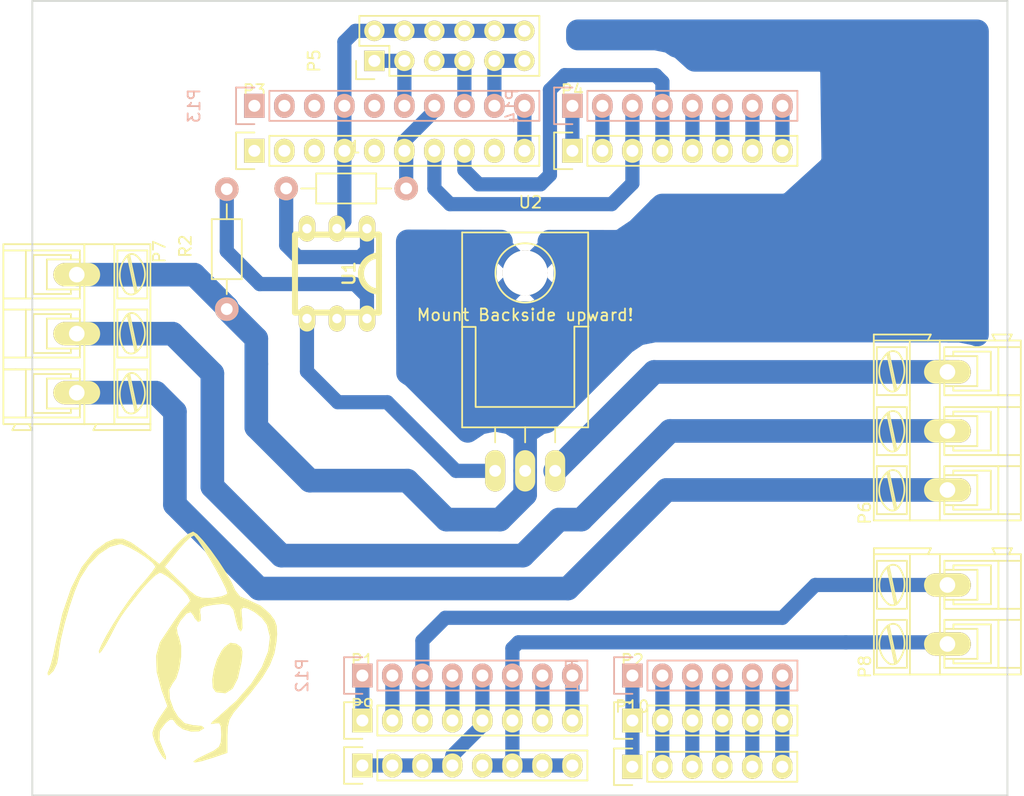
<source format=kicad_pcb>
(kicad_pcb (version 4) (host pcbnew 4.0.1-stable)

  (general
    (links 67)
    (no_connects 1)
    (area 114.224999 76.124999 196.925001 143.585001)
    (thickness 1.6)
    (drawings 4)
    (tracks 142)
    (zones 0)
    (modules 19)
    (nets 44)
  )

  (page A4)
  (layers
    (0 F.Cu signal)
    (31 B.Cu signal)
    (32 B.Adhes user)
    (33 F.Adhes user)
    (34 B.Paste user)
    (35 F.Paste user)
    (36 B.SilkS user)
    (37 F.SilkS user)
    (38 B.Mask user)
    (39 F.Mask user)
    (40 Dwgs.User user)
    (41 Cmts.User user)
    (42 Eco1.User user)
    (43 Eco2.User user)
    (44 Edge.Cuts user)
    (45 Margin user)
    (46 B.CrtYd user)
    (47 F.CrtYd user)
    (48 B.Fab user)
    (49 F.Fab user)
  )

  (setup
    (last_trace_width 1.2)
    (trace_clearance 0.2)
    (zone_clearance 1.5)
    (zone_45_only no)
    (trace_min 0.2)
    (segment_width 0.2)
    (edge_width 0.15)
    (via_size 0.6)
    (via_drill 0.4)
    (via_min_size 0.4)
    (via_min_drill 0.3)
    (uvia_size 0.3)
    (uvia_drill 0.1)
    (uvias_allowed no)
    (uvia_min_size 0.2)
    (uvia_min_drill 0.1)
    (pcb_text_width 0.3)
    (pcb_text_size 1.5 1.5)
    (mod_edge_width 0.15)
    (mod_text_size 1 1)
    (mod_text_width 0.15)
    (pad_size 3.79984 3.79984)
    (pad_drill 3.79984)
    (pad_to_mask_clearance 0.2)
    (aux_axis_origin 0 0)
    (visible_elements 7FFFFFFF)
    (pcbplotparams
      (layerselection 0x01000_80000000)
      (usegerberextensions false)
      (excludeedgelayer true)
      (linewidth 0.100000)
      (plotframeref false)
      (viasonmask false)
      (mode 1)
      (useauxorigin false)
      (hpglpennumber 1)
      (hpglpenspeed 20)
      (hpglpendiameter 15)
      (hpglpenoverlay 2)
      (psnegative false)
      (psa4output false)
      (plotreference true)
      (plotvalue true)
      (plotinvisibletext false)
      (padsonsilk false)
      (subtractmaskfromsilk false)
      (outputformat 1)
      (mirror false)
      (drillshape 0)
      (scaleselection 1)
      (outputdirectory gerbers/))
  )

  (net 0 "")
  (net 1 GND)
  (net 2 /AC2)
  (net 3 /Router2)
  (net 4 /AC1)
  (net 5 "Net-(R1-Pad1)")
  (net 6 "Net-(R2-Pad2)")
  (net 7 "Net-(U1-Pad4)")
  (net 8 +5V)
  (net 9 /Tierra)
  (net 10 "Net-(P1-Pad1)")
  (net 11 "Net-(P1-Pad2)")
  (net 12 "Net-(P1-Pad3)")
  (net 13 "Net-(P1-Pad4)")
  (net 14 "Net-(P1-Pad7)")
  (net 15 "Net-(P1-Pad8)")
  (net 16 "Net-(P10-Pad1)")
  (net 17 "Net-(P10-Pad2)")
  (net 18 "Net-(P10-Pad3)")
  (net 19 "Net-(P10-Pad4)")
  (net 20 "Net-(P10-Pad5)")
  (net 21 "Net-(P10-Pad6)")
  (net 22 "Net-(P3-Pad1)")
  (net 23 "Net-(P3-Pad2)")
  (net 24 "Net-(P3-Pad3)")
  (net 25 "Net-(P3-Pad5)")
  (net 26 "Net-(P14-Pad3)")
  (net 27 "Net-(P14-Pad4)")
  (net 28 "Net-(P3-Pad9)")
  (net 29 "Net-(P13-Pad10)")
  (net 30 "Net-(P14-Pad1)")
  (net 31 "Net-(P14-Pad2)")
  (net 32 "Net-(P14-Pad5)")
  (net 33 "Net-(P14-Pad6)")
  (net 34 "Net-(P14-Pad7)")
  (net 35 "Net-(P14-Pad8)")
  (net 36 "Net-(P13-Pad6)")
  (net 37 "Net-(P13-Pad8)")
  (net 38 "Net-(P13-Pad9)")
  (net 39 "Net-(P13-Pad1)")
  (net 40 "Net-(P13-Pad2)")
  (net 41 "Net-(P13-Pad3)")
  (net 42 "Net-(P13-Pad5)")
  (net 43 "Net-(P13-Pad7)")

  (net_class Default "This is the default net class."
    (clearance 0.2)
    (trace_width 1.2)
    (via_dia 0.6)
    (via_drill 0.4)
    (uvia_dia 0.3)
    (uvia_drill 0.1)
    (add_net +5V)
    (add_net /Tierra)
    (add_net GND)
    (add_net "Net-(P1-Pad1)")
    (add_net "Net-(P1-Pad2)")
    (add_net "Net-(P1-Pad3)")
    (add_net "Net-(P1-Pad4)")
    (add_net "Net-(P1-Pad7)")
    (add_net "Net-(P1-Pad8)")
    (add_net "Net-(P10-Pad1)")
    (add_net "Net-(P10-Pad2)")
    (add_net "Net-(P10-Pad3)")
    (add_net "Net-(P10-Pad4)")
    (add_net "Net-(P10-Pad5)")
    (add_net "Net-(P10-Pad6)")
    (add_net "Net-(P13-Pad1)")
    (add_net "Net-(P13-Pad10)")
    (add_net "Net-(P13-Pad2)")
    (add_net "Net-(P13-Pad3)")
    (add_net "Net-(P13-Pad5)")
    (add_net "Net-(P13-Pad6)")
    (add_net "Net-(P13-Pad7)")
    (add_net "Net-(P13-Pad8)")
    (add_net "Net-(P13-Pad9)")
    (add_net "Net-(P14-Pad1)")
    (add_net "Net-(P14-Pad2)")
    (add_net "Net-(P14-Pad3)")
    (add_net "Net-(P14-Pad4)")
    (add_net "Net-(P14-Pad5)")
    (add_net "Net-(P14-Pad6)")
    (add_net "Net-(P14-Pad7)")
    (add_net "Net-(P14-Pad8)")
    (add_net "Net-(P3-Pad1)")
    (add_net "Net-(P3-Pad2)")
    (add_net "Net-(P3-Pad3)")
    (add_net "Net-(P3-Pad5)")
    (add_net "Net-(P3-Pad9)")
    (add_net "Net-(R1-Pad1)")
    (add_net "Net-(R2-Pad2)")
    (add_net "Net-(U1-Pad4)")
  )

  (net_class AC ""
    (clearance 0.2)
    (trace_width 2)
    (via_dia 0.6)
    (via_drill 0.4)
    (uvia_dia 0.3)
    (uvia_drill 0.1)
    (add_net /AC1)
    (add_net /AC2)
    (add_net /Router2)
  )

  (module Socket_Strips:Socket_Strip_Straight_1x10 (layer F.Cu) (tedit 0) (tstamp 56F9C030)
    (at 133.096 88.9)
    (descr "Through hole socket strip")
    (tags "socket strip")
    (path /56F9BF47)
    (fp_text reference P3 (at 0 -5.1) (layer F.SilkS)
      (effects (font (size 1 1) (thickness 0.15)))
    )
    (fp_text value CONN_01X10 (at 0 -3.1) (layer F.Fab)
      (effects (font (size 1 1) (thickness 0.15)))
    )
    (fp_line (start -1.75 -1.75) (end -1.75 1.75) (layer F.CrtYd) (width 0.05))
    (fp_line (start 24.65 -1.75) (end 24.65 1.75) (layer F.CrtYd) (width 0.05))
    (fp_line (start -1.75 -1.75) (end 24.65 -1.75) (layer F.CrtYd) (width 0.05))
    (fp_line (start -1.75 1.75) (end 24.65 1.75) (layer F.CrtYd) (width 0.05))
    (fp_line (start 1.27 1.27) (end 24.13 1.27) (layer F.SilkS) (width 0.15))
    (fp_line (start 24.13 1.27) (end 24.13 -1.27) (layer F.SilkS) (width 0.15))
    (fp_line (start 24.13 -1.27) (end 1.27 -1.27) (layer F.SilkS) (width 0.15))
    (fp_line (start -1.55 1.55) (end 0 1.55) (layer F.SilkS) (width 0.15))
    (fp_line (start 1.27 1.27) (end 1.27 -1.27) (layer F.SilkS) (width 0.15))
    (fp_line (start 0 -1.55) (end -1.55 -1.55) (layer F.SilkS) (width 0.15))
    (fp_line (start -1.55 -1.55) (end -1.55 1.55) (layer F.SilkS) (width 0.15))
    (pad 1 thru_hole rect (at 0 0) (size 1.7272 2.032) (drill 1.016) (layers *.Cu *.Mask F.SilkS)
      (net 22 "Net-(P3-Pad1)"))
    (pad 2 thru_hole oval (at 2.54 0) (size 1.7272 2.032) (drill 1.016) (layers *.Cu *.Mask F.SilkS)
      (net 23 "Net-(P3-Pad2)"))
    (pad 3 thru_hole oval (at 5.08 0) (size 1.7272 2.032) (drill 1.016) (layers *.Cu *.Mask F.SilkS)
      (net 24 "Net-(P3-Pad3)"))
    (pad 4 thru_hole oval (at 7.62 0) (size 1.7272 2.032) (drill 1.016) (layers *.Cu *.Mask F.SilkS)
      (net 1 GND))
    (pad 5 thru_hole oval (at 10.16 0) (size 1.7272 2.032) (drill 1.016) (layers *.Cu *.Mask F.SilkS)
      (net 25 "Net-(P3-Pad5)"))
    (pad 6 thru_hole oval (at 12.7 0) (size 1.7272 2.032) (drill 1.016) (layers *.Cu *.Mask F.SilkS)
      (net 43 "Net-(P13-Pad7)"))
    (pad 7 thru_hole oval (at 15.24 0) (size 1.7272 2.032) (drill 1.016) (layers *.Cu *.Mask F.SilkS)
      (net 26 "Net-(P14-Pad3)"))
    (pad 8 thru_hole oval (at 17.78 0) (size 1.7272 2.032) (drill 1.016) (layers *.Cu *.Mask F.SilkS)
      (net 27 "Net-(P14-Pad4)"))
    (pad 9 thru_hole oval (at 20.32 0) (size 1.7272 2.032) (drill 1.016) (layers *.Cu *.Mask F.SilkS)
      (net 28 "Net-(P3-Pad9)"))
    (pad 10 thru_hole oval (at 22.86 0) (size 1.7272 2.032) (drill 1.016) (layers *.Cu *.Mask F.SilkS)
      (net 29 "Net-(P13-Pad10)"))
    (model Socket_Strips.3dshapes/Socket_Strip_Straight_1x10.wrl
      (at (xyz 0.45 0 0))
      (scale (xyz 1 1 1))
      (rotate (xyz 0 0 180))
    )
  )

  (module Resistors_ThroughHole:Resistor_Horizontal_RM10mm (layer F.Cu) (tedit 53F56209) (tstamp 56F9D39E)
    (at 140.87 92.09)
    (descr "Resistor, Axial,  RM 10mm, 1/3W,")
    (tags "Resistor, Axial, RM 10mm, 1/3W,")
    (path /56F9D3FC)
    (fp_text reference R1 (at 0.24892 -3.50012) (layer F.SilkS)
      (effects (font (size 1 1) (thickness 0.15)))
    )
    (fp_text value 330 (at 3.81 3.81) (layer F.Fab)
      (effects (font (size 1 1) (thickness 0.15)))
    )
    (fp_line (start -2.54 -1.27) (end 2.54 -1.27) (layer F.SilkS) (width 0.15))
    (fp_line (start 2.54 -1.27) (end 2.54 1.27) (layer F.SilkS) (width 0.15))
    (fp_line (start 2.54 1.27) (end -2.54 1.27) (layer F.SilkS) (width 0.15))
    (fp_line (start -2.54 1.27) (end -2.54 -1.27) (layer F.SilkS) (width 0.15))
    (fp_line (start -2.54 0) (end -3.81 0) (layer F.SilkS) (width 0.15))
    (fp_line (start 2.54 0) (end 3.81 0) (layer F.SilkS) (width 0.15))
    (pad 1 thru_hole circle (at -5.08 0) (size 1.99898 1.99898) (drill 1.00076) (layers *.Cu *.SilkS *.Mask)
      (net 5 "Net-(R1-Pad1)"))
    (pad 2 thru_hole circle (at 5.08 0) (size 1.99898 1.99898) (drill 1.00076) (layers *.Cu *.SilkS *.Mask)
      (net 43 "Net-(P13-Pad7)"))
    (model Resistors_ThroughHole.3dshapes/Resistor_Horizontal_RM10mm.wrl
      (at (xyz 0 0 0))
      (scale (xyz 0.4 0.4 0.4))
      (rotate (xyz 0 0 0))
    )
  )

  (module Resistors_ThroughHole:Resistor_Horizontal_RM10mm (layer F.Cu) (tedit 53F56209) (tstamp 56F9D3A4)
    (at 130.76 97.23 90)
    (descr "Resistor, Axial,  RM 10mm, 1/3W,")
    (tags "Resistor, Axial, RM 10mm, 1/3W,")
    (path /56F9D74B)
    (fp_text reference R2 (at 0.24892 -3.50012 90) (layer F.SilkS)
      (effects (font (size 1 1) (thickness 0.15)))
    )
    (fp_text value 1k2 (at 3.81 3.81 90) (layer F.Fab)
      (effects (font (size 1 1) (thickness 0.15)))
    )
    (fp_line (start -2.54 -1.27) (end 2.54 -1.27) (layer F.SilkS) (width 0.15))
    (fp_line (start 2.54 -1.27) (end 2.54 1.27) (layer F.SilkS) (width 0.15))
    (fp_line (start 2.54 1.27) (end -2.54 1.27) (layer F.SilkS) (width 0.15))
    (fp_line (start -2.54 1.27) (end -2.54 -1.27) (layer F.SilkS) (width 0.15))
    (fp_line (start -2.54 0) (end -3.81 0) (layer F.SilkS) (width 0.15))
    (fp_line (start 2.54 0) (end 3.81 0) (layer F.SilkS) (width 0.15))
    (pad 1 thru_hole circle (at -5.08 0 90) (size 1.99898 1.99898) (drill 1.00076) (layers *.Cu *.SilkS *.Mask)
      (net 4 /AC1))
    (pad 2 thru_hole circle (at 5.08 0 90) (size 1.99898 1.99898) (drill 1.00076) (layers *.Cu *.SilkS *.Mask)
      (net 6 "Net-(R2-Pad2)"))
    (model Resistors_ThroughHole.3dshapes/Resistor_Horizontal_RM10mm.wrl
      (at (xyz 0 0 0))
      (scale (xyz 0.4 0.4 0.4))
      (rotate (xyz 0 0 0))
    )
  )

  (module ok-ic-tht:DIP6 (layer F.Cu) (tedit 4F803CAC) (tstamp 56F9D3AE)
    (at 140.09 99.3 180)
    (descr "DIP 6 pin (300 mil)")
    (path /56F9D143)
    (fp_text reference U1 (at -1.016 0 270) (layer F.SilkS)
      (effects (font (size 1.016 1.016) (thickness 0.2032)))
    )
    (fp_text value MOC3011M (at 1.016 0 270) (layer F.SilkS) hide
      (effects (font (size 1.016 1.016) (thickness 0.2032)))
    )
    (fp_arc (start -3.556 0) (end -3.556 -1.524) (angle 90) (layer F.SilkS) (width 0.508))
    (fp_arc (start -3.556 0) (end -2.032 0) (angle 90) (layer F.SilkS) (width 0.508))
    (fp_line (start -3.556 -3.302) (end 3.556 -3.302) (layer F.SilkS) (width 0.508))
    (fp_line (start -3.556 3.302) (end 3.556 3.302) (layer F.SilkS) (width 0.508))
    (fp_line (start -3.556 -3.302) (end -3.556 3.302) (layer F.SilkS) (width 0.508))
    (fp_line (start 3.556 3.302) (end 3.556 -3.302) (layer F.SilkS) (width 0.508))
    (pad 1 thru_hole oval (at -2.54 3.81 180) (size 1.39954 2.19964) (drill 0.8001) (layers *.Cu *.Mask F.SilkS)
      (net 5 "Net-(R1-Pad1)"))
    (pad 2 thru_hole oval (at 0 3.81 180) (size 1.39954 2.19964) (drill 0.8001) (layers *.Cu *.Mask F.SilkS)
      (net 1 GND))
    (pad 3 thru_hole oval (at 2.54 3.81 180) (size 1.39954 2.19964) (drill 0.8001) (layers *.Cu *.Mask F.SilkS))
    (pad 4 thru_hole oval (at 2.54 -3.81 180) (size 1.39954 2.19964) (drill 0.8001) (layers *.Cu *.Mask F.SilkS)
      (net 7 "Net-(U1-Pad4)"))
    (pad 5 thru_hole oval (at 0 -3.81 180) (size 1.39954 2.19964) (drill 0.8001) (layers *.Cu *.Mask F.SilkS))
    (pad 6 thru_hole oval (at -2.54 -3.81 180) (size 1.39954 2.19964) (drill 0.8001) (layers *.Cu *.Mask F.SilkS)
      (net 6 "Net-(R2-Pad2)"))
    (model Housings_DIP.3dshapes/DIP-6_W7.62mm_LongPads.wrl
      (at (xyz -0.1 -0.15 0))
      (scale (xyz 1 1 1))
      (rotate (xyz 0 0 270))
    )
  )

  (module Pin_Headers:Pin_Header_Straight_2x06 (layer F.Cu) (tedit 0) (tstamp 56FB44D7)
    (at 143.256 81.28 90)
    (descr "Through hole pin header")
    (tags "pin header")
    (path /56FB4536)
    (fp_text reference P5 (at 0 -5.1 90) (layer F.SilkS)
      (effects (font (size 1 1) (thickness 0.15)))
    )
    (fp_text value CONN_02X06 (at 0 -3.1 90) (layer F.Fab)
      (effects (font (size 1 1) (thickness 0.15)))
    )
    (fp_line (start -1.75 -1.75) (end -1.75 14.45) (layer F.CrtYd) (width 0.05))
    (fp_line (start 4.3 -1.75) (end 4.3 14.45) (layer F.CrtYd) (width 0.05))
    (fp_line (start -1.75 -1.75) (end 4.3 -1.75) (layer F.CrtYd) (width 0.05))
    (fp_line (start -1.75 14.45) (end 4.3 14.45) (layer F.CrtYd) (width 0.05))
    (fp_line (start 3.81 13.97) (end 3.81 -1.27) (layer F.SilkS) (width 0.15))
    (fp_line (start -1.27 1.27) (end -1.27 13.97) (layer F.SilkS) (width 0.15))
    (fp_line (start 3.81 13.97) (end -1.27 13.97) (layer F.SilkS) (width 0.15))
    (fp_line (start 3.81 -1.27) (end 1.27 -1.27) (layer F.SilkS) (width 0.15))
    (fp_line (start 0 -1.55) (end -1.55 -1.55) (layer F.SilkS) (width 0.15))
    (fp_line (start 1.27 -1.27) (end 1.27 1.27) (layer F.SilkS) (width 0.15))
    (fp_line (start 1.27 1.27) (end -1.27 1.27) (layer F.SilkS) (width 0.15))
    (fp_line (start -1.55 -1.55) (end -1.55 0) (layer F.SilkS) (width 0.15))
    (pad 1 thru_hole rect (at 0 0 90) (size 1.7272 1.7272) (drill 1.016) (layers *.Cu *.Mask F.SilkS)
      (net 36 "Net-(P13-Pad6)"))
    (pad 2 thru_hole oval (at 2.54 0 90) (size 1.7272 1.7272) (drill 1.016) (layers *.Cu *.Mask F.SilkS)
      (net 1 GND))
    (pad 3 thru_hole oval (at 0 2.54 90) (size 1.7272 1.7272) (drill 1.016) (layers *.Cu *.Mask F.SilkS)
      (net 36 "Net-(P13-Pad6)"))
    (pad 4 thru_hole oval (at 2.54 2.54 90) (size 1.7272 1.7272) (drill 1.016) (layers *.Cu *.Mask F.SilkS)
      (net 1 GND))
    (pad 5 thru_hole oval (at 0 5.08 90) (size 1.7272 1.7272) (drill 1.016) (layers *.Cu *.Mask F.SilkS)
      (net 37 "Net-(P13-Pad8)"))
    (pad 6 thru_hole oval (at 2.54 5.08 90) (size 1.7272 1.7272) (drill 1.016) (layers *.Cu *.Mask F.SilkS)
      (net 1 GND))
    (pad 7 thru_hole oval (at 0 7.62 90) (size 1.7272 1.7272) (drill 1.016) (layers *.Cu *.Mask F.SilkS)
      (net 37 "Net-(P13-Pad8)"))
    (pad 8 thru_hole oval (at 2.54 7.62 90) (size 1.7272 1.7272) (drill 1.016) (layers *.Cu *.Mask F.SilkS)
      (net 1 GND))
    (pad 9 thru_hole oval (at 0 10.16 90) (size 1.7272 1.7272) (drill 1.016) (layers *.Cu *.Mask F.SilkS)
      (net 38 "Net-(P13-Pad9)"))
    (pad 10 thru_hole oval (at 2.54 10.16 90) (size 1.7272 1.7272) (drill 1.016) (layers *.Cu *.Mask F.SilkS)
      (net 1 GND))
    (pad 11 thru_hole oval (at 0 12.7 90) (size 1.7272 1.7272) (drill 1.016) (layers *.Cu *.Mask F.SilkS)
      (net 38 "Net-(P13-Pad9)"))
    (pad 12 thru_hole oval (at 2.54 12.7 90) (size 1.7272 1.7272) (drill 1.016) (layers *.Cu *.Mask F.SilkS)
      (net 1 GND))
    (model Pin_Headers.3dshapes/Pin_Header_Straight_2x06.wrl
      (at (xyz 0.05 -0.25 0))
      (scale (xyz 1 1 1))
      (rotate (xyz 0 0 90))
    )
  )

  (module custom:AK300-3 (layer F.Cu) (tedit 573E8FB3) (tstamp 56FC01C6)
    (at 118.06 99.39 270)
    (descr CONNECTOR)
    (tags CONNECTOR)
    (path /56FC049B)
    (attr virtual)
    (fp_text reference P7 (at -1.945 -6.995 270) (layer F.SilkS)
      (effects (font (size 1 1) (thickness 0.15)))
    )
    (fp_text value CONN_01X03 (at 4.04 -8.34 270) (layer F.Fab)
      (effects (font (size 1 1) (thickness 0.15)))
    )
    (fp_line (start 13.418 -6.473) (end -2.83 -6.473) (layer F.CrtYd) (width 0.05))
    (fp_line (start 13.418 6.473) (end 13.418 -6.473) (layer F.CrtYd) (width 0.05))
    (fp_line (start -2.83 6.473) (end 13.418 6.473) (layer F.CrtYd) (width 0.05))
    (fp_line (start -2.83 -6.473) (end -2.83 6.473) (layer F.CrtYd) (width 0.05))
    (fp_line (start 12.66 -0.645) (end -2.5165 -0.645) (layer F.SilkS) (width 0.15))
    (fp_line (start 8.0245 3.9905) (end 8.0245 -0.264) (layer F.SilkS) (width 0.15))
    (fp_line (start 12.0885 6.213) (end 7.58 6.213) (layer F.SilkS) (width 0.15))
    (fp_line (start 7.58 -3.185) (end 12.5965 -3.185) (layer F.SilkS) (width 0.15))
    (fp_line (start -2.58 -6.233) (end 12.66 -6.233) (layer F.SilkS) (width 0.15))
    (fp_arc (start 8.9262 -4.65566) (end 8.63664 -4.1375) (angle 104.2) (layer F.SilkS) (width 0.15))
    (fp_arc (start 10.04126 -3.7184) (end 8.4436 -5.0138) (angle 100) (layer F.SilkS) (width 0.15))
    (fp_arc (start 10.12 -6.0806) (end 11.58304 -4.12734) (angle 75.5) (layer F.SilkS) (width 0.15))
    (fp_arc (start 11.0852 -4.60486) (end 11.59066 -5.06206) (angle 90.5) (layer F.SilkS) (width 0.15))
    (fp_line (start 8.4182 -0.264) (end 11.7202 -0.264) (layer F.SilkS) (width 0.15))
    (fp_line (start 8.0372 -0.264) (end 8.4182 -0.264) (layer F.SilkS) (width 0.15))
    (fp_line (start 12.1012 -0.264) (end 11.7202 -0.264) (layer F.SilkS) (width 0.15))
    (fp_line (start 8.5706 -4.328) (end 11.6186 -4.963) (layer F.SilkS) (width 0.15))
    (fp_line (start 8.4436 -4.455) (end 11.4916 -5.09) (layer F.SilkS) (width 0.15))
    (fp_line (start 12.1012 -3.439) (end 8.0372 -3.439) (layer F.SilkS) (width 0.15))
    (fp_line (start 12.1012 -5.979) (end 12.1012 -3.439) (layer F.SilkS) (width 0.15))
    (fp_line (start 8.0372 -5.979) (end 12.1012 -5.979) (layer F.SilkS) (width 0.15))
    (fp_line (start 8.0372 -3.439) (end 8.0372 -5.979) (layer F.SilkS) (width 0.15))
    (fp_line (start 12.66 -3.185) (end 12.66 -1.661) (layer F.SilkS) (width 0.15))
    (fp_line (start 12.66 -0.645) (end 12.66 4.054) (layer F.SilkS) (width 0.15))
    (fp_line (start 12.66 -1.661) (end 12.66 -0.645) (layer F.SilkS) (width 0.15))
    (fp_line (start 11.7202 0.498) (end 11.3392 0.498) (layer F.SilkS) (width 0.15))
    (fp_line (start 8.4182 0.498) (end 8.7992 0.498) (layer F.SilkS) (width 0.15))
    (fp_line (start 8.4182 3.673) (end 8.4182 0.498) (layer F.SilkS) (width 0.15))
    (fp_line (start 11.7202 3.673) (end 8.4182 3.673) (layer F.SilkS) (width 0.15))
    (fp_line (start 11.7202 3.673) (end 11.7202 0.498) (layer F.SilkS) (width 0.15))
    (fp_line (start 12.1012 4.308) (end 12.1012 6.213) (layer F.SilkS) (width 0.15))
    (fp_line (start 8.0372 4.308) (end 12.1012 4.308) (layer F.SilkS) (width 0.15))
    (fp_line (start 12.1012 6.213) (end 12.66 6.213) (layer F.SilkS) (width 0.15))
    (fp_line (start 12.1012 -0.264) (end 12.1012 4.308) (layer F.SilkS) (width 0.15))
    (fp_line (start 8.0372 6.213) (end 8.0372 4.308) (layer F.SilkS) (width 0.15))
    (fp_line (start 13.168 3.8) (end 13.168 5.451) (layer F.SilkS) (width 0.15))
    (fp_line (start 12.66 4.054) (end 12.66 5.197) (layer F.SilkS) (width 0.15))
    (fp_line (start 13.168 3.8) (end 12.66 4.054) (layer F.SilkS) (width 0.15))
    (fp_line (start 12.66 5.197) (end 12.66 6.213) (layer F.SilkS) (width 0.15))
    (fp_line (start 13.168 5.451) (end 12.66 5.197) (layer F.SilkS) (width 0.15))
    (fp_line (start 13.168 -1.407) (end 12.66 -1.661) (layer F.SilkS) (width 0.15))
    (fp_line (start 13.168 -6.233) (end 13.168 -1.407) (layer F.SilkS) (width 0.15))
    (fp_line (start 12.66 -6.233) (end 13.168 -6.233) (layer F.SilkS) (width 0.15))
    (fp_line (start 12.66 -6.233) (end 12.66 -3.185) (layer F.SilkS) (width 0.15))
    (fp_line (start 8.7992 2.53) (end 8.7992 -0.264) (layer F.SilkS) (width 0.15))
    (fp_line (start 8.7992 -0.264) (end 11.3392 -0.264) (layer F.SilkS) (width 0.15))
    (fp_line (start 11.3392 2.53) (end 11.3392 -0.264) (layer F.SilkS) (width 0.15))
    (fp_line (start 8.7992 2.53) (end 11.3392 2.53) (layer F.SilkS) (width 0.15))
    (fp_line (start -1.2846 2.53) (end 1.2554 2.53) (layer F.SilkS) (width 0.15))
    (fp_line (start 1.2554 2.53) (end 1.2554 -0.264) (layer F.SilkS) (width 0.15))
    (fp_line (start -1.2846 -0.264) (end 1.2554 -0.264) (layer F.SilkS) (width 0.15))
    (fp_line (start -1.2846 2.53) (end -1.2846 -0.264) (layer F.SilkS) (width 0.15))
    (fp_line (start 3.7192 2.53) (end 6.2592 2.53) (layer F.SilkS) (width 0.15))
    (fp_line (start 6.2592 2.53) (end 6.2592 -0.264) (layer F.SilkS) (width 0.15))
    (fp_line (start 3.7192 -0.264) (end 6.2592 -0.264) (layer F.SilkS) (width 0.15))
    (fp_line (start 3.7192 2.53) (end 3.7192 -0.264) (layer F.SilkS) (width 0.15))
    (fp_line (start 8.0245 5.197) (end 8.0245 6.213) (layer F.SilkS) (width 0.15))
    (fp_line (start 8.0245 4.054) (end 8.0245 5.197) (layer F.SilkS) (width 0.15))
    (fp_line (start 2.9572 6.213) (end 2.9572 4.308) (layer F.SilkS) (width 0.15))
    (fp_line (start 7.0212 -0.264) (end 7.0212 4.308) (layer F.SilkS) (width 0.15))
    (fp_line (start 2.9572 6.213) (end 7.0212 6.213) (layer F.SilkS) (width 0.15))
    (fp_line (start 7.0212 6.213) (end 7.58 6.213) (layer F.SilkS) (width 0.15))
    (fp_line (start 2.0174 6.213) (end 2.0174 4.308) (layer F.SilkS) (width 0.15))
    (fp_line (start 2.0174 6.213) (end 2.9572 6.213) (layer F.SilkS) (width 0.15))
    (fp_line (start -2.0466 -0.264) (end -2.0466 4.308) (layer F.SilkS) (width 0.15))
    (fp_line (start -2.58 6.213) (end -2.0466 6.213) (layer F.SilkS) (width 0.15))
    (fp_line (start -2.0466 6.213) (end 2.0174 6.213) (layer F.SilkS) (width 0.15))
    (fp_line (start 2.9572 4.308) (end 7.0212 4.308) (layer F.SilkS) (width 0.15))
    (fp_line (start 2.9572 4.308) (end 2.9572 -0.264) (layer F.SilkS) (width 0.15))
    (fp_line (start 7.0212 4.308) (end 7.0212 6.213) (layer F.SilkS) (width 0.15))
    (fp_line (start 2.0174 4.308) (end -2.0466 4.308) (layer F.SilkS) (width 0.15))
    (fp_line (start 2.0174 4.308) (end 2.0174 -0.264) (layer F.SilkS) (width 0.15))
    (fp_line (start -2.0466 4.308) (end -2.0466 6.213) (layer F.SilkS) (width 0.15))
    (fp_line (start 6.6402 3.673) (end 6.6402 0.498) (layer F.SilkS) (width 0.15))
    (fp_line (start 6.6402 3.673) (end 3.3382 3.673) (layer F.SilkS) (width 0.15))
    (fp_line (start 3.3382 3.673) (end 3.3382 0.498) (layer F.SilkS) (width 0.15))
    (fp_line (start 1.6364 3.673) (end 1.6364 0.498) (layer F.SilkS) (width 0.15))
    (fp_line (start 1.6364 3.673) (end -1.6656 3.673) (layer F.SilkS) (width 0.15))
    (fp_line (start -1.6656 3.673) (end -1.6656 0.498) (layer F.SilkS) (width 0.15))
    (fp_line (start -1.6656 0.498) (end -1.2846 0.498) (layer F.SilkS) (width 0.15))
    (fp_line (start 1.6364 0.498) (end 1.2554 0.498) (layer F.SilkS) (width 0.15))
    (fp_line (start 3.3382 0.498) (end 3.7192 0.498) (layer F.SilkS) (width 0.15))
    (fp_line (start 6.6402 0.498) (end 6.2592 0.498) (layer F.SilkS) (width 0.15))
    (fp_line (start -2.58 6.213) (end -2.58 -0.645) (layer F.SilkS) (width 0.15))
    (fp_line (start -2.58 -0.645) (end -2.58 -3.185) (layer F.SilkS) (width 0.15))
    (fp_line (start -2.58 -3.185) (end 7.58 -3.185) (layer F.SilkS) (width 0.15))
    (fp_line (start -2.58 -3.185) (end -2.58 -6.233) (layer F.SilkS) (width 0.15))
    (fp_line (start 2.9572 -3.439) (end 2.9572 -5.979) (layer F.SilkS) (width 0.15))
    (fp_line (start 2.9572 -5.979) (end 7.0212 -5.979) (layer F.SilkS) (width 0.15))
    (fp_line (start 7.0212 -5.979) (end 7.0212 -3.439) (layer F.SilkS) (width 0.15))
    (fp_line (start 7.0212 -3.439) (end 2.9572 -3.439) (layer F.SilkS) (width 0.15))
    (fp_line (start 2.0174 -3.439) (end 2.0174 -5.979) (layer F.SilkS) (width 0.15))
    (fp_line (start 2.0174 -3.439) (end -2.0466 -3.439) (layer F.SilkS) (width 0.15))
    (fp_line (start -2.0466 -3.439) (end -2.0466 -5.979) (layer F.SilkS) (width 0.15))
    (fp_line (start 2.0174 -5.979) (end -2.0466 -5.979) (layer F.SilkS) (width 0.15))
    (fp_line (start 3.3636 -4.455) (end 6.4116 -5.09) (layer F.SilkS) (width 0.15))
    (fp_line (start 3.4906 -4.328) (end 6.5386 -4.963) (layer F.SilkS) (width 0.15))
    (fp_line (start -1.6402 -4.455) (end 1.41034 -5.09) (layer F.SilkS) (width 0.15))
    (fp_line (start -1.5132 -4.328) (end 1.5348 -4.963) (layer F.SilkS) (width 0.15))
    (fp_line (start -2.0466 -0.264) (end -1.6656 -0.264) (layer F.SilkS) (width 0.15))
    (fp_line (start 2.0174 -0.264) (end 1.6364 -0.264) (layer F.SilkS) (width 0.15))
    (fp_line (start 1.6364 -0.264) (end -1.6656 -0.264) (layer F.SilkS) (width 0.15))
    (fp_line (start 7.0212 -0.264) (end 6.6402 -0.264) (layer F.SilkS) (width 0.15))
    (fp_line (start 2.9572 -0.264) (end 3.3382 -0.264) (layer F.SilkS) (width 0.15))
    (fp_line (start 3.3382 -0.264) (end 6.6402 -0.264) (layer F.SilkS) (width 0.15))
    (fp_arc (start 6.0052 -4.60486) (end 6.51066 -5.06206) (angle 90.5) (layer F.SilkS) (width 0.15))
    (fp_arc (start 5.04 -6.0806) (end 6.50304 -4.12734) (angle 75.5) (layer F.SilkS) (width 0.15))
    (fp_arc (start 4.96126 -3.7184) (end 3.3636 -5.0138) (angle 100) (layer F.SilkS) (width 0.15))
    (fp_arc (start 3.8462 -4.65566) (end 3.55664 -4.1375) (angle 104.2) (layer F.SilkS) (width 0.15))
    (fp_arc (start 1.0014 -4.60486) (end 1.5094 -5.06206) (angle 90.5) (layer F.SilkS) (width 0.15))
    (fp_arc (start 0.03874 -6.0806) (end 1.50178 -4.12734) (angle 75.5) (layer F.SilkS) (width 0.15))
    (fp_arc (start -0.03746 -3.7184) (end -1.6402 -5.0138) (angle 100) (layer F.SilkS) (width 0.15))
    (fp_arc (start -1.1576 -4.65566) (end -1.44462 -4.1375) (angle 104.2) (layer F.SilkS) (width 0.15))
    (pad 1 thru_hole oval (at 0 0 270) (size 1.9812 3.9624) (drill 1.3208) (layers *.Cu F.Paste F.SilkS F.Mask)
      (net 4 /AC1))
    (pad 2 thru_hole oval (at 5 0 270) (size 1.9812 3.9624) (drill 1.3208) (layers *.Cu F.Paste F.SilkS F.Mask)
      (net 2 /AC2))
    (pad 3 thru_hole oval (at 10 0 270) (size 1.9812 3.9624) (drill 1.3208) (layers *.Cu F.Paste F.SilkS F.Mask)
      (net 9 /Tierra))
    (model terminal-tornillo-3.wrl
      (at (xyz -0.1 0.200787 0))
      (scale (xyz 0.393701 0.393701 0.393701))
      (rotate (xyz 0 0 0))
    )
  )

  (module custom:AK300-3 (layer F.Cu) (tedit 573E8FB7) (tstamp 56FC01C0)
    (at 191.77 117.63 90)
    (descr CONNECTOR)
    (tags CONNECTOR)
    (path /56FC041A)
    (attr virtual)
    (fp_text reference P6 (at -1.945 -6.995 90) (layer F.SilkS)
      (effects (font (size 1 1) (thickness 0.15)))
    )
    (fp_text value CONN_01X03 (at 3.46 -8 90) (layer F.Fab)
      (effects (font (size 1 1) (thickness 0.15)))
    )
    (fp_line (start 13.418 -6.473) (end -2.83 -6.473) (layer F.CrtYd) (width 0.05))
    (fp_line (start 13.418 6.473) (end 13.418 -6.473) (layer F.CrtYd) (width 0.05))
    (fp_line (start -2.83 6.473) (end 13.418 6.473) (layer F.CrtYd) (width 0.05))
    (fp_line (start -2.83 -6.473) (end -2.83 6.473) (layer F.CrtYd) (width 0.05))
    (fp_line (start 12.66 -0.645) (end -2.5165 -0.645) (layer F.SilkS) (width 0.15))
    (fp_line (start 8.0245 3.9905) (end 8.0245 -0.264) (layer F.SilkS) (width 0.15))
    (fp_line (start 12.0885 6.213) (end 7.58 6.213) (layer F.SilkS) (width 0.15))
    (fp_line (start 7.58 -3.185) (end 12.5965 -3.185) (layer F.SilkS) (width 0.15))
    (fp_line (start -2.58 -6.233) (end 12.66 -6.233) (layer F.SilkS) (width 0.15))
    (fp_arc (start 8.9262 -4.65566) (end 8.63664 -4.1375) (angle 104.2) (layer F.SilkS) (width 0.15))
    (fp_arc (start 10.04126 -3.7184) (end 8.4436 -5.0138) (angle 100) (layer F.SilkS) (width 0.15))
    (fp_arc (start 10.12 -6.0806) (end 11.58304 -4.12734) (angle 75.5) (layer F.SilkS) (width 0.15))
    (fp_arc (start 11.0852 -4.60486) (end 11.59066 -5.06206) (angle 90.5) (layer F.SilkS) (width 0.15))
    (fp_line (start 8.4182 -0.264) (end 11.7202 -0.264) (layer F.SilkS) (width 0.15))
    (fp_line (start 8.0372 -0.264) (end 8.4182 -0.264) (layer F.SilkS) (width 0.15))
    (fp_line (start 12.1012 -0.264) (end 11.7202 -0.264) (layer F.SilkS) (width 0.15))
    (fp_line (start 8.5706 -4.328) (end 11.6186 -4.963) (layer F.SilkS) (width 0.15))
    (fp_line (start 8.4436 -4.455) (end 11.4916 -5.09) (layer F.SilkS) (width 0.15))
    (fp_line (start 12.1012 -3.439) (end 8.0372 -3.439) (layer F.SilkS) (width 0.15))
    (fp_line (start 12.1012 -5.979) (end 12.1012 -3.439) (layer F.SilkS) (width 0.15))
    (fp_line (start 8.0372 -5.979) (end 12.1012 -5.979) (layer F.SilkS) (width 0.15))
    (fp_line (start 8.0372 -3.439) (end 8.0372 -5.979) (layer F.SilkS) (width 0.15))
    (fp_line (start 12.66 -3.185) (end 12.66 -1.661) (layer F.SilkS) (width 0.15))
    (fp_line (start 12.66 -0.645) (end 12.66 4.054) (layer F.SilkS) (width 0.15))
    (fp_line (start 12.66 -1.661) (end 12.66 -0.645) (layer F.SilkS) (width 0.15))
    (fp_line (start 11.7202 0.498) (end 11.3392 0.498) (layer F.SilkS) (width 0.15))
    (fp_line (start 8.4182 0.498) (end 8.7992 0.498) (layer F.SilkS) (width 0.15))
    (fp_line (start 8.4182 3.673) (end 8.4182 0.498) (layer F.SilkS) (width 0.15))
    (fp_line (start 11.7202 3.673) (end 8.4182 3.673) (layer F.SilkS) (width 0.15))
    (fp_line (start 11.7202 3.673) (end 11.7202 0.498) (layer F.SilkS) (width 0.15))
    (fp_line (start 12.1012 4.308) (end 12.1012 6.213) (layer F.SilkS) (width 0.15))
    (fp_line (start 8.0372 4.308) (end 12.1012 4.308) (layer F.SilkS) (width 0.15))
    (fp_line (start 12.1012 6.213) (end 12.66 6.213) (layer F.SilkS) (width 0.15))
    (fp_line (start 12.1012 -0.264) (end 12.1012 4.308) (layer F.SilkS) (width 0.15))
    (fp_line (start 8.0372 6.213) (end 8.0372 4.308) (layer F.SilkS) (width 0.15))
    (fp_line (start 13.168 3.8) (end 13.168 5.451) (layer F.SilkS) (width 0.15))
    (fp_line (start 12.66 4.054) (end 12.66 5.197) (layer F.SilkS) (width 0.15))
    (fp_line (start 13.168 3.8) (end 12.66 4.054) (layer F.SilkS) (width 0.15))
    (fp_line (start 12.66 5.197) (end 12.66 6.213) (layer F.SilkS) (width 0.15))
    (fp_line (start 13.168 5.451) (end 12.66 5.197) (layer F.SilkS) (width 0.15))
    (fp_line (start 13.168 -1.407) (end 12.66 -1.661) (layer F.SilkS) (width 0.15))
    (fp_line (start 13.168 -6.233) (end 13.168 -1.407) (layer F.SilkS) (width 0.15))
    (fp_line (start 12.66 -6.233) (end 13.168 -6.233) (layer F.SilkS) (width 0.15))
    (fp_line (start 12.66 -6.233) (end 12.66 -3.185) (layer F.SilkS) (width 0.15))
    (fp_line (start 8.7992 2.53) (end 8.7992 -0.264) (layer F.SilkS) (width 0.15))
    (fp_line (start 8.7992 -0.264) (end 11.3392 -0.264) (layer F.SilkS) (width 0.15))
    (fp_line (start 11.3392 2.53) (end 11.3392 -0.264) (layer F.SilkS) (width 0.15))
    (fp_line (start 8.7992 2.53) (end 11.3392 2.53) (layer F.SilkS) (width 0.15))
    (fp_line (start -1.2846 2.53) (end 1.2554 2.53) (layer F.SilkS) (width 0.15))
    (fp_line (start 1.2554 2.53) (end 1.2554 -0.264) (layer F.SilkS) (width 0.15))
    (fp_line (start -1.2846 -0.264) (end 1.2554 -0.264) (layer F.SilkS) (width 0.15))
    (fp_line (start -1.2846 2.53) (end -1.2846 -0.264) (layer F.SilkS) (width 0.15))
    (fp_line (start 3.7192 2.53) (end 6.2592 2.53) (layer F.SilkS) (width 0.15))
    (fp_line (start 6.2592 2.53) (end 6.2592 -0.264) (layer F.SilkS) (width 0.15))
    (fp_line (start 3.7192 -0.264) (end 6.2592 -0.264) (layer F.SilkS) (width 0.15))
    (fp_line (start 3.7192 2.53) (end 3.7192 -0.264) (layer F.SilkS) (width 0.15))
    (fp_line (start 8.0245 5.197) (end 8.0245 6.213) (layer F.SilkS) (width 0.15))
    (fp_line (start 8.0245 4.054) (end 8.0245 5.197) (layer F.SilkS) (width 0.15))
    (fp_line (start 2.9572 6.213) (end 2.9572 4.308) (layer F.SilkS) (width 0.15))
    (fp_line (start 7.0212 -0.264) (end 7.0212 4.308) (layer F.SilkS) (width 0.15))
    (fp_line (start 2.9572 6.213) (end 7.0212 6.213) (layer F.SilkS) (width 0.15))
    (fp_line (start 7.0212 6.213) (end 7.58 6.213) (layer F.SilkS) (width 0.15))
    (fp_line (start 2.0174 6.213) (end 2.0174 4.308) (layer F.SilkS) (width 0.15))
    (fp_line (start 2.0174 6.213) (end 2.9572 6.213) (layer F.SilkS) (width 0.15))
    (fp_line (start -2.0466 -0.264) (end -2.0466 4.308) (layer F.SilkS) (width 0.15))
    (fp_line (start -2.58 6.213) (end -2.0466 6.213) (layer F.SilkS) (width 0.15))
    (fp_line (start -2.0466 6.213) (end 2.0174 6.213) (layer F.SilkS) (width 0.15))
    (fp_line (start 2.9572 4.308) (end 7.0212 4.308) (layer F.SilkS) (width 0.15))
    (fp_line (start 2.9572 4.308) (end 2.9572 -0.264) (layer F.SilkS) (width 0.15))
    (fp_line (start 7.0212 4.308) (end 7.0212 6.213) (layer F.SilkS) (width 0.15))
    (fp_line (start 2.0174 4.308) (end -2.0466 4.308) (layer F.SilkS) (width 0.15))
    (fp_line (start 2.0174 4.308) (end 2.0174 -0.264) (layer F.SilkS) (width 0.15))
    (fp_line (start -2.0466 4.308) (end -2.0466 6.213) (layer F.SilkS) (width 0.15))
    (fp_line (start 6.6402 3.673) (end 6.6402 0.498) (layer F.SilkS) (width 0.15))
    (fp_line (start 6.6402 3.673) (end 3.3382 3.673) (layer F.SilkS) (width 0.15))
    (fp_line (start 3.3382 3.673) (end 3.3382 0.498) (layer F.SilkS) (width 0.15))
    (fp_line (start 1.6364 3.673) (end 1.6364 0.498) (layer F.SilkS) (width 0.15))
    (fp_line (start 1.6364 3.673) (end -1.6656 3.673) (layer F.SilkS) (width 0.15))
    (fp_line (start -1.6656 3.673) (end -1.6656 0.498) (layer F.SilkS) (width 0.15))
    (fp_line (start -1.6656 0.498) (end -1.2846 0.498) (layer F.SilkS) (width 0.15))
    (fp_line (start 1.6364 0.498) (end 1.2554 0.498) (layer F.SilkS) (width 0.15))
    (fp_line (start 3.3382 0.498) (end 3.7192 0.498) (layer F.SilkS) (width 0.15))
    (fp_line (start 6.6402 0.498) (end 6.2592 0.498) (layer F.SilkS) (width 0.15))
    (fp_line (start -2.58 6.213) (end -2.58 -0.645) (layer F.SilkS) (width 0.15))
    (fp_line (start -2.58 -0.645) (end -2.58 -3.185) (layer F.SilkS) (width 0.15))
    (fp_line (start -2.58 -3.185) (end 7.58 -3.185) (layer F.SilkS) (width 0.15))
    (fp_line (start -2.58 -3.185) (end -2.58 -6.233) (layer F.SilkS) (width 0.15))
    (fp_line (start 2.9572 -3.439) (end 2.9572 -5.979) (layer F.SilkS) (width 0.15))
    (fp_line (start 2.9572 -5.979) (end 7.0212 -5.979) (layer F.SilkS) (width 0.15))
    (fp_line (start 7.0212 -5.979) (end 7.0212 -3.439) (layer F.SilkS) (width 0.15))
    (fp_line (start 7.0212 -3.439) (end 2.9572 -3.439) (layer F.SilkS) (width 0.15))
    (fp_line (start 2.0174 -3.439) (end 2.0174 -5.979) (layer F.SilkS) (width 0.15))
    (fp_line (start 2.0174 -3.439) (end -2.0466 -3.439) (layer F.SilkS) (width 0.15))
    (fp_line (start -2.0466 -3.439) (end -2.0466 -5.979) (layer F.SilkS) (width 0.15))
    (fp_line (start 2.0174 -5.979) (end -2.0466 -5.979) (layer F.SilkS) (width 0.15))
    (fp_line (start 3.3636 -4.455) (end 6.4116 -5.09) (layer F.SilkS) (width 0.15))
    (fp_line (start 3.4906 -4.328) (end 6.5386 -4.963) (layer F.SilkS) (width 0.15))
    (fp_line (start -1.6402 -4.455) (end 1.41034 -5.09) (layer F.SilkS) (width 0.15))
    (fp_line (start -1.5132 -4.328) (end 1.5348 -4.963) (layer F.SilkS) (width 0.15))
    (fp_line (start -2.0466 -0.264) (end -1.6656 -0.264) (layer F.SilkS) (width 0.15))
    (fp_line (start 2.0174 -0.264) (end 1.6364 -0.264) (layer F.SilkS) (width 0.15))
    (fp_line (start 1.6364 -0.264) (end -1.6656 -0.264) (layer F.SilkS) (width 0.15))
    (fp_line (start 7.0212 -0.264) (end 6.6402 -0.264) (layer F.SilkS) (width 0.15))
    (fp_line (start 2.9572 -0.264) (end 3.3382 -0.264) (layer F.SilkS) (width 0.15))
    (fp_line (start 3.3382 -0.264) (end 6.6402 -0.264) (layer F.SilkS) (width 0.15))
    (fp_arc (start 6.0052 -4.60486) (end 6.51066 -5.06206) (angle 90.5) (layer F.SilkS) (width 0.15))
    (fp_arc (start 5.04 -6.0806) (end 6.50304 -4.12734) (angle 75.5) (layer F.SilkS) (width 0.15))
    (fp_arc (start 4.96126 -3.7184) (end 3.3636 -5.0138) (angle 100) (layer F.SilkS) (width 0.15))
    (fp_arc (start 3.8462 -4.65566) (end 3.55664 -4.1375) (angle 104.2) (layer F.SilkS) (width 0.15))
    (fp_arc (start 1.0014 -4.60486) (end 1.5094 -5.06206) (angle 90.5) (layer F.SilkS) (width 0.15))
    (fp_arc (start 0.03874 -6.0806) (end 1.50178 -4.12734) (angle 75.5) (layer F.SilkS) (width 0.15))
    (fp_arc (start -0.03746 -3.7184) (end -1.6402 -5.0138) (angle 100) (layer F.SilkS) (width 0.15))
    (fp_arc (start -1.1576 -4.65566) (end -1.44462 -4.1375) (angle 104.2) (layer F.SilkS) (width 0.15))
    (pad 1 thru_hole oval (at 0 0 90) (size 1.9812 3.9624) (drill 1.3208) (layers *.Cu F.Paste F.SilkS F.Mask)
      (net 9 /Tierra))
    (pad 2 thru_hole oval (at 5 0 90) (size 1.9812 3.9624) (drill 1.3208) (layers *.Cu F.Paste F.SilkS F.Mask)
      (net 2 /AC2))
    (pad 3 thru_hole oval (at 10 0 90) (size 1.9812 3.9624) (drill 1.3208) (layers *.Cu F.Paste F.SilkS F.Mask)
      (net 3 /Router2))
    (model terminal-tornillo-3.wrl
      (at (xyz -0.1 0.200787 0))
      (scale (xyz 0.393701 0.393701 0.393701))
      (rotate (xyz 0 0 0))
    )
  )

  (module custom:AK300-2 (layer F.Cu) (tedit 573E8FBB) (tstamp 56FAC64B)
    (at 191.77 130.68 90)
    (descr CONNECTOR)
    (tags CONNECTOR)
    (path /56FAC5CD)
    (attr virtual)
    (fp_text reference P8 (at -1.92 -6.985 90) (layer F.SilkS)
      (effects (font (size 1 1) (thickness 0.15)))
    )
    (fp_text value CONN_01X02 (at 1.9 -9.4 90) (layer F.Fab)
      (effects (font (size 1 1) (thickness 0.15)))
    )
    (fp_line (start 8.363 -6.473) (end -2.83 -6.473) (layer F.CrtYd) (width 0.05))
    (fp_line (start 8.363 6.473) (end 8.363 -6.473) (layer F.CrtYd) (width 0.05))
    (fp_line (start -2.83 6.473) (end 8.363 6.473) (layer F.CrtYd) (width 0.05))
    (fp_line (start -2.83 -6.473) (end -2.83 6.473) (layer F.CrtYd) (width 0.05))
    (fp_line (start -1.2596 2.54) (end 1.2804 2.54) (layer F.SilkS) (width 0.15))
    (fp_line (start 1.2804 2.54) (end 1.2804 -0.254) (layer F.SilkS) (width 0.15))
    (fp_line (start -1.2596 -0.254) (end 1.2804 -0.254) (layer F.SilkS) (width 0.15))
    (fp_line (start -1.2596 2.54) (end -1.2596 -0.254) (layer F.SilkS) (width 0.15))
    (fp_line (start 3.7442 2.54) (end 6.2842 2.54) (layer F.SilkS) (width 0.15))
    (fp_line (start 6.2842 2.54) (end 6.2842 -0.254) (layer F.SilkS) (width 0.15))
    (fp_line (start 3.7442 -0.254) (end 6.2842 -0.254) (layer F.SilkS) (width 0.15))
    (fp_line (start 3.7442 2.54) (end 3.7442 -0.254) (layer F.SilkS) (width 0.15))
    (fp_line (start 7.605 -6.223) (end 7.605 -3.175) (layer F.SilkS) (width 0.15))
    (fp_line (start 7.605 -6.223) (end -2.58 -6.223) (layer F.SilkS) (width 0.15))
    (fp_line (start 7.605 -6.223) (end 8.113 -6.223) (layer F.SilkS) (width 0.15))
    (fp_line (start 8.113 -6.223) (end 8.113 -1.397) (layer F.SilkS) (width 0.15))
    (fp_line (start 8.113 -1.397) (end 7.605 -1.651) (layer F.SilkS) (width 0.15))
    (fp_line (start 8.113 5.461) (end 7.605 5.207) (layer F.SilkS) (width 0.15))
    (fp_line (start 7.605 5.207) (end 7.605 6.223) (layer F.SilkS) (width 0.15))
    (fp_line (start 8.113 3.81) (end 7.605 4.064) (layer F.SilkS) (width 0.15))
    (fp_line (start 7.605 4.064) (end 7.605 5.207) (layer F.SilkS) (width 0.15))
    (fp_line (start 8.113 3.81) (end 8.113 5.461) (layer F.SilkS) (width 0.15))
    (fp_line (start 2.9822 6.223) (end 2.9822 4.318) (layer F.SilkS) (width 0.15))
    (fp_line (start 7.0462 -0.254) (end 7.0462 4.318) (layer F.SilkS) (width 0.15))
    (fp_line (start 2.9822 6.223) (end 7.0462 6.223) (layer F.SilkS) (width 0.15))
    (fp_line (start 7.0462 6.223) (end 7.605 6.223) (layer F.SilkS) (width 0.15))
    (fp_line (start 2.0424 6.223) (end 2.0424 4.318) (layer F.SilkS) (width 0.15))
    (fp_line (start 2.0424 6.223) (end 2.9822 6.223) (layer F.SilkS) (width 0.15))
    (fp_line (start -2.0216 -0.254) (end -2.0216 4.318) (layer F.SilkS) (width 0.15))
    (fp_line (start -2.58 6.223) (end -2.0216 6.223) (layer F.SilkS) (width 0.15))
    (fp_line (start -2.0216 6.223) (end 2.0424 6.223) (layer F.SilkS) (width 0.15))
    (fp_line (start 2.9822 4.318) (end 7.0462 4.318) (layer F.SilkS) (width 0.15))
    (fp_line (start 2.9822 4.318) (end 2.9822 -0.254) (layer F.SilkS) (width 0.15))
    (fp_line (start 7.0462 4.318) (end 7.0462 6.223) (layer F.SilkS) (width 0.15))
    (fp_line (start 2.0424 4.318) (end -2.0216 4.318) (layer F.SilkS) (width 0.15))
    (fp_line (start 2.0424 4.318) (end 2.0424 -0.254) (layer F.SilkS) (width 0.15))
    (fp_line (start -2.0216 4.318) (end -2.0216 6.223) (layer F.SilkS) (width 0.15))
    (fp_line (start 6.6652 3.683) (end 6.6652 0.508) (layer F.SilkS) (width 0.15))
    (fp_line (start 6.6652 3.683) (end 3.3632 3.683) (layer F.SilkS) (width 0.15))
    (fp_line (start 3.3632 3.683) (end 3.3632 0.508) (layer F.SilkS) (width 0.15))
    (fp_line (start 1.6614 3.683) (end 1.6614 0.508) (layer F.SilkS) (width 0.15))
    (fp_line (start 1.6614 3.683) (end -1.6406 3.683) (layer F.SilkS) (width 0.15))
    (fp_line (start -1.6406 3.683) (end -1.6406 0.508) (layer F.SilkS) (width 0.15))
    (fp_line (start -1.6406 0.508) (end -1.2596 0.508) (layer F.SilkS) (width 0.15))
    (fp_line (start 1.6614 0.508) (end 1.2804 0.508) (layer F.SilkS) (width 0.15))
    (fp_line (start 3.3632 0.508) (end 3.7442 0.508) (layer F.SilkS) (width 0.15))
    (fp_line (start 6.6652 0.508) (end 6.2842 0.508) (layer F.SilkS) (width 0.15))
    (fp_line (start -2.58 6.223) (end -2.58 -0.635) (layer F.SilkS) (width 0.15))
    (fp_line (start -2.58 -0.635) (end -2.58 -3.175) (layer F.SilkS) (width 0.15))
    (fp_line (start 7.605 -1.651) (end 7.605 -0.635) (layer F.SilkS) (width 0.15))
    (fp_line (start 7.605 -0.635) (end 7.605 4.064) (layer F.SilkS) (width 0.15))
    (fp_line (start -2.58 -3.175) (end 7.605 -3.175) (layer F.SilkS) (width 0.15))
    (fp_line (start -2.58 -3.175) (end -2.58 -6.223) (layer F.SilkS) (width 0.15))
    (fp_line (start 7.605 -3.175) (end 7.605 -1.651) (layer F.SilkS) (width 0.15))
    (fp_line (start 2.9822 -3.429) (end 2.9822 -5.969) (layer F.SilkS) (width 0.15))
    (fp_line (start 2.9822 -5.969) (end 7.0462 -5.969) (layer F.SilkS) (width 0.15))
    (fp_line (start 7.0462 -5.969) (end 7.0462 -3.429) (layer F.SilkS) (width 0.15))
    (fp_line (start 7.0462 -3.429) (end 2.9822 -3.429) (layer F.SilkS) (width 0.15))
    (fp_line (start 2.0424 -3.429) (end 2.0424 -5.969) (layer F.SilkS) (width 0.15))
    (fp_line (start 2.0424 -3.429) (end -2.0216 -3.429) (layer F.SilkS) (width 0.15))
    (fp_line (start -2.0216 -3.429) (end -2.0216 -5.969) (layer F.SilkS) (width 0.15))
    (fp_line (start 2.0424 -5.969) (end -2.0216 -5.969) (layer F.SilkS) (width 0.15))
    (fp_line (start 3.3886 -4.445) (end 6.4366 -5.08) (layer F.SilkS) (width 0.15))
    (fp_line (start 3.5156 -4.318) (end 6.5636 -4.953) (layer F.SilkS) (width 0.15))
    (fp_line (start -1.6152 -4.445) (end 1.43534 -5.08) (layer F.SilkS) (width 0.15))
    (fp_line (start -1.4882 -4.318) (end 1.5598 -4.953) (layer F.SilkS) (width 0.15))
    (fp_line (start -2.0216 -0.254) (end -1.6406 -0.254) (layer F.SilkS) (width 0.15))
    (fp_line (start 2.0424 -0.254) (end 1.6614 -0.254) (layer F.SilkS) (width 0.15))
    (fp_line (start 1.6614 -0.254) (end -1.6406 -0.254) (layer F.SilkS) (width 0.15))
    (fp_line (start -2.58 -0.635) (end -1.6406 -0.635) (layer F.SilkS) (width 0.15))
    (fp_line (start -1.6406 -0.635) (end 1.6614 -0.635) (layer F.SilkS) (width 0.15))
    (fp_line (start 1.6614 -0.635) (end 3.3632 -0.635) (layer F.SilkS) (width 0.15))
    (fp_line (start 7.605 -0.635) (end 6.6652 -0.635) (layer F.SilkS) (width 0.15))
    (fp_line (start 6.6652 -0.635) (end 3.3632 -0.635) (layer F.SilkS) (width 0.15))
    (fp_line (start 7.0462 -0.254) (end 6.6652 -0.254) (layer F.SilkS) (width 0.15))
    (fp_line (start 2.9822 -0.254) (end 3.3632 -0.254) (layer F.SilkS) (width 0.15))
    (fp_line (start 3.3632 -0.254) (end 6.6652 -0.254) (layer F.SilkS) (width 0.15))
    (fp_arc (start 6.0302 -4.59486) (end 6.53566 -5.05206) (angle 90.5) (layer F.SilkS) (width 0.15))
    (fp_arc (start 5.065 -6.0706) (end 6.52804 -4.11734) (angle 75.5) (layer F.SilkS) (width 0.15))
    (fp_arc (start 4.98626 -3.7084) (end 3.3886 -5.0038) (angle 100) (layer F.SilkS) (width 0.15))
    (fp_arc (start 3.8712 -4.64566) (end 3.58164 -4.1275) (angle 104.2) (layer F.SilkS) (width 0.15))
    (fp_arc (start 1.0264 -4.59486) (end 1.5344 -5.05206) (angle 90.5) (layer F.SilkS) (width 0.15))
    (fp_arc (start 0.06374 -6.0706) (end 1.52678 -4.11734) (angle 75.5) (layer F.SilkS) (width 0.15))
    (fp_arc (start -0.01246 -3.7084) (end -1.6152 -5.0038) (angle 100) (layer F.SilkS) (width 0.15))
    (fp_arc (start -1.1326 -4.64566) (end -1.41962 -4.1275) (angle 104.2) (layer F.SilkS) (width 0.15))
    (pad 1 thru_hole oval (at 0 0 90) (size 1.9812 3.9624) (drill 1.3208) (layers *.Cu F.Paste F.SilkS F.Mask)
      (net 1 GND))
    (pad 2 thru_hole oval (at 5 0 90) (size 1.9812 3.9624) (drill 1.3208) (layers *.Cu F.Paste F.SilkS F.Mask)
      (net 12 "Net-(P1-Pad3)"))
    (model terminal-tornillo-2.wrl
      (at (xyz -0.1 0.2007874015748032 0))
      (scale (xyz 0.3937007874015748 0.3937007874015748 0.3937007874015748))
      (rotate (xyz 0 0 0))
    )
  )

  (module custom:TO-220_Neutral123_Horizontal_Reverse_LargePads (layer F.Cu) (tedit 56FC0444) (tstamp 56FC005A)
    (at 156.02 116.01)
    (descr "TO-220, Neutral, Horizontal, Reverse, Large Pads,")
    (tags "TO-220, Neutral, Horizontal,  Reverse, Large Pads,")
    (path /56F9D0DA)
    (fp_text reference U2 (at 0.44958 -22.75078) (layer F.SilkS)
      (effects (font (size 1 1) (thickness 0.15)))
    )
    (fp_text value TRIAC (at 1.27 3.81) (layer F.Fab)
      (effects (font (size 1 1) (thickness 0.15)))
    )
    (fp_line (start -2.54 -3.683) (end -2.54 -2.413) (layer F.SilkS) (width 0.15))
    (fp_line (start 0 -3.683) (end 0 -2.413) (layer F.SilkS) (width 0.15))
    (fp_line (start 2.54 -3.683) (end 2.54 -2.413) (layer F.SilkS) (width 0.15))
    (fp_text user "Mount Backside upward!" (at 0 -13.208) (layer F.SilkS)
      (effects (font (size 1 1) (thickness 0.15)))
    )
    (fp_line (start 4.1656 -12.2174) (end 5.3594 -12.2174) (layer F.SilkS) (width 0.15))
    (fp_line (start -4.191 -12.192) (end -5.334 -12.192) (layer F.SilkS) (width 0.15))
    (fp_line (start -4.191 -5.4102) (end -4.191 -12.1666) (layer F.SilkS) (width 0.15))
    (fp_line (start 4.1656 -12.192) (end 4.1656 -5.4102) (layer F.SilkS) (width 0.15))
    (fp_line (start 4.1656 -5.4102) (end -4.1656 -5.4102) (layer F.SilkS) (width 0.15))
    (fp_circle (center 0 -16.764) (end 1.778 -14.986) (layer F.SilkS) (width 0.15))
    (fp_line (start 5.334 -12.192) (end 5.334 -20.193) (layer F.SilkS) (width 0.15))
    (fp_line (start 5.334 -20.193) (end -5.334 -20.193) (layer F.SilkS) (width 0.15))
    (fp_line (start -5.334 -20.193) (end -5.334 -12.192) (layer F.SilkS) (width 0.15))
    (fp_line (start 5.334 -3.683) (end 5.334 -12.192) (layer F.SilkS) (width 0.15))
    (fp_line (start -5.334 -12.192) (end -5.334 -3.683) (layer F.SilkS) (width 0.15))
    (fp_line (start 0 -3.683) (end -5.334 -3.683) (layer F.SilkS) (width 0.15))
    (fp_line (start 0 -3.683) (end 5.334 -3.683) (layer F.SilkS) (width 0.15))
    (pad 2 thru_hole oval (at 0 0 90) (size 3.50012 1.69926) (drill 1.00076) (layers *.Cu *.Mask F.SilkS)
      (net 4 /AC1))
    (pad 3 thru_hole oval (at -2.54 0 90) (size 3.50012 1.69926) (drill 1.00076) (layers *.Cu *.Mask F.SilkS)
      (net 7 "Net-(U1-Pad4)"))
    (pad 1 thru_hole oval (at 2.54 0 90) (size 3.50012 1.69926) (drill 1.00076) (layers *.Cu *.Mask F.SilkS)
      (net 3 /Router2))
    (pad 2 thru_hole circle (at 0 -16.764 90) (size 3.79984 3.79984) (drill 3.79984) (layers *.Cu *.Mask F.SilkS)
      (net 4 /AC1))
    (model C:/Users/kosme/Documents/kicad/libs/modelos3D/TO-220_Neutral123_Horizontal_MountedFromLS_LargePads_fix.wrl
      (at (xyz 0 0.01 -0.25))
      (scale (xyz 0.3937 0.3937 0.3937))
      (rotate (xyz 0 180 0))
    )
  )

  (module Socket_Strips:Socket_Strip_Straight_1x08 (layer F.Cu) (tedit 0) (tstamp 56F9C03C)
    (at 160.02 88.9)
    (descr "Through hole socket strip")
    (tags "socket strip")
    (path /56F9BC83)
    (fp_text reference P4 (at 0 -5.1) (layer F.SilkS)
      (effects (font (size 1 1) (thickness 0.15)))
    )
    (fp_text value CONN_01X08 (at 0 -3.1) (layer F.Fab)
      (effects (font (size 1 1) (thickness 0.15)))
    )
    (fp_line (start -1.75 -1.75) (end -1.75 1.75) (layer F.CrtYd) (width 0.05))
    (fp_line (start 19.55 -1.75) (end 19.55 1.75) (layer F.CrtYd) (width 0.05))
    (fp_line (start -1.75 -1.75) (end 19.55 -1.75) (layer F.CrtYd) (width 0.05))
    (fp_line (start -1.75 1.75) (end 19.55 1.75) (layer F.CrtYd) (width 0.05))
    (fp_line (start 1.27 1.27) (end 19.05 1.27) (layer F.SilkS) (width 0.15))
    (fp_line (start 19.05 1.27) (end 19.05 -1.27) (layer F.SilkS) (width 0.15))
    (fp_line (start 19.05 -1.27) (end 1.27 -1.27) (layer F.SilkS) (width 0.15))
    (fp_line (start -1.55 1.55) (end 0 1.55) (layer F.SilkS) (width 0.15))
    (fp_line (start 1.27 1.27) (end 1.27 -1.27) (layer F.SilkS) (width 0.15))
    (fp_line (start 0 -1.55) (end -1.55 -1.55) (layer F.SilkS) (width 0.15))
    (fp_line (start -1.55 -1.55) (end -1.55 1.55) (layer F.SilkS) (width 0.15))
    (pad 1 thru_hole rect (at 0 0) (size 1.7272 2.032) (drill 1.016) (layers *.Cu *.Mask F.SilkS)
      (net 30 "Net-(P14-Pad1)"))
    (pad 2 thru_hole oval (at 2.54 0) (size 1.7272 2.032) (drill 1.016) (layers *.Cu *.Mask F.SilkS)
      (net 31 "Net-(P14-Pad2)"))
    (pad 3 thru_hole oval (at 5.08 0) (size 1.7272 2.032) (drill 1.016) (layers *.Cu *.Mask F.SilkS)
      (net 26 "Net-(P14-Pad3)"))
    (pad 4 thru_hole oval (at 7.62 0) (size 1.7272 2.032) (drill 1.016) (layers *.Cu *.Mask F.SilkS)
      (net 27 "Net-(P14-Pad4)"))
    (pad 5 thru_hole oval (at 10.16 0) (size 1.7272 2.032) (drill 1.016) (layers *.Cu *.Mask F.SilkS)
      (net 32 "Net-(P14-Pad5)"))
    (pad 6 thru_hole oval (at 12.7 0) (size 1.7272 2.032) (drill 1.016) (layers *.Cu *.Mask F.SilkS)
      (net 33 "Net-(P14-Pad6)"))
    (pad 7 thru_hole oval (at 15.24 0) (size 1.7272 2.032) (drill 1.016) (layers *.Cu *.Mask F.SilkS)
      (net 34 "Net-(P14-Pad7)"))
    (pad 8 thru_hole oval (at 17.78 0) (size 1.7272 2.032) (drill 1.016) (layers *.Cu *.Mask F.SilkS)
      (net 35 "Net-(P14-Pad8)"))
    (model Socket_Strips.3dshapes/Socket_Strip_Straight_1x08.wrl
      (at (xyz 0.35 0 0))
      (scale (xyz 1 1 1))
      (rotate (xyz 0 0 180))
    )
  )

  (module Socket_Strips:Socket_Strip_Straight_1x08 (layer F.Cu) (tedit 0) (tstamp 56FAD764)
    (at 142.24 140.97)
    (descr "Through hole socket strip")
    (tags "socket strip")
    (path /56FADA61)
    (fp_text reference P9 (at 0 -5.1) (layer F.SilkS)
      (effects (font (size 1 1) (thickness 0.15)))
    )
    (fp_text value CONN_01X08 (at 0 -3.1) (layer F.Fab)
      (effects (font (size 1 1) (thickness 0.15)))
    )
    (fp_line (start -1.75 -1.75) (end -1.75 1.75) (layer F.CrtYd) (width 0.05))
    (fp_line (start 19.55 -1.75) (end 19.55 1.75) (layer F.CrtYd) (width 0.05))
    (fp_line (start -1.75 -1.75) (end 19.55 -1.75) (layer F.CrtYd) (width 0.05))
    (fp_line (start -1.75 1.75) (end 19.55 1.75) (layer F.CrtYd) (width 0.05))
    (fp_line (start 1.27 1.27) (end 19.05 1.27) (layer F.SilkS) (width 0.15))
    (fp_line (start 19.05 1.27) (end 19.05 -1.27) (layer F.SilkS) (width 0.15))
    (fp_line (start 19.05 -1.27) (end 1.27 -1.27) (layer F.SilkS) (width 0.15))
    (fp_line (start -1.55 1.55) (end 0 1.55) (layer F.SilkS) (width 0.15))
    (fp_line (start 1.27 1.27) (end 1.27 -1.27) (layer F.SilkS) (width 0.15))
    (fp_line (start 0 -1.55) (end -1.55 -1.55) (layer F.SilkS) (width 0.15))
    (fp_line (start -1.55 -1.55) (end -1.55 1.55) (layer F.SilkS) (width 0.15))
    (pad 1 thru_hole rect (at 0 0) (size 1.7272 2.032) (drill 1.016) (layers *.Cu *.Mask F.SilkS)
      (net 8 +5V))
    (pad 2 thru_hole oval (at 2.54 0) (size 1.7272 2.032) (drill 1.016) (layers *.Cu *.Mask F.SilkS)
      (net 8 +5V))
    (pad 3 thru_hole oval (at 5.08 0) (size 1.7272 2.032) (drill 1.016) (layers *.Cu *.Mask F.SilkS)
      (net 8 +5V))
    (pad 4 thru_hole oval (at 7.62 0) (size 1.7272 2.032) (drill 1.016) (layers *.Cu *.Mask F.SilkS)
      (net 8 +5V))
    (pad 5 thru_hole oval (at 10.16 0) (size 1.7272 2.032) (drill 1.016) (layers *.Cu *.Mask F.SilkS)
      (net 1 GND))
    (pad 6 thru_hole oval (at 12.7 0) (size 1.7272 2.032) (drill 1.016) (layers *.Cu *.Mask F.SilkS)
      (net 1 GND))
    (pad 7 thru_hole oval (at 15.24 0) (size 1.7272 2.032) (drill 1.016) (layers *.Cu *.Mask F.SilkS)
      (net 1 GND))
    (pad 8 thru_hole oval (at 17.78 0) (size 1.7272 2.032) (drill 1.016) (layers *.Cu *.Mask F.SilkS)
      (net 1 GND))
    (model Socket_Strips.3dshapes/Socket_Strip_Straight_1x08.wrl
      (at (xyz 0.35 0 0))
      (scale (xyz 1 1 1))
      (rotate (xyz 0 0 180))
    )
  )

  (module Socket_Strips:Socket_Strip_Straight_1x08 (layer F.Cu) (tedit 0) (tstamp 56F9C018)
    (at 142.24 137.16)
    (descr "Through hole socket strip")
    (tags "socket strip")
    (path /56F9BD98)
    (fp_text reference P1 (at 0 -5.1) (layer F.SilkS)
      (effects (font (size 1 1) (thickness 0.15)))
    )
    (fp_text value CONN_01X08 (at 0 -3.1) (layer F.Fab)
      (effects (font (size 1 1) (thickness 0.15)))
    )
    (fp_line (start -1.75 -1.75) (end -1.75 1.75) (layer F.CrtYd) (width 0.05))
    (fp_line (start 19.55 -1.75) (end 19.55 1.75) (layer F.CrtYd) (width 0.05))
    (fp_line (start -1.75 -1.75) (end 19.55 -1.75) (layer F.CrtYd) (width 0.05))
    (fp_line (start -1.75 1.75) (end 19.55 1.75) (layer F.CrtYd) (width 0.05))
    (fp_line (start 1.27 1.27) (end 19.05 1.27) (layer F.SilkS) (width 0.15))
    (fp_line (start 19.05 1.27) (end 19.05 -1.27) (layer F.SilkS) (width 0.15))
    (fp_line (start 19.05 -1.27) (end 1.27 -1.27) (layer F.SilkS) (width 0.15))
    (fp_line (start -1.55 1.55) (end 0 1.55) (layer F.SilkS) (width 0.15))
    (fp_line (start 1.27 1.27) (end 1.27 -1.27) (layer F.SilkS) (width 0.15))
    (fp_line (start 0 -1.55) (end -1.55 -1.55) (layer F.SilkS) (width 0.15))
    (fp_line (start -1.55 -1.55) (end -1.55 1.55) (layer F.SilkS) (width 0.15))
    (pad 1 thru_hole rect (at 0 0) (size 1.7272 2.032) (drill 1.016) (layers *.Cu *.Mask F.SilkS)
      (net 10 "Net-(P1-Pad1)"))
    (pad 2 thru_hole oval (at 2.54 0) (size 1.7272 2.032) (drill 1.016) (layers *.Cu *.Mask F.SilkS)
      (net 11 "Net-(P1-Pad2)"))
    (pad 3 thru_hole oval (at 5.08 0) (size 1.7272 2.032) (drill 1.016) (layers *.Cu *.Mask F.SilkS)
      (net 12 "Net-(P1-Pad3)"))
    (pad 4 thru_hole oval (at 7.62 0) (size 1.7272 2.032) (drill 1.016) (layers *.Cu *.Mask F.SilkS)
      (net 13 "Net-(P1-Pad4)"))
    (pad 5 thru_hole oval (at 10.16 0) (size 1.7272 2.032) (drill 1.016) (layers *.Cu *.Mask F.SilkS)
      (net 8 +5V))
    (pad 6 thru_hole oval (at 12.7 0) (size 1.7272 2.032) (drill 1.016) (layers *.Cu *.Mask F.SilkS)
      (net 1 GND))
    (pad 7 thru_hole oval (at 15.24 0) (size 1.7272 2.032) (drill 1.016) (layers *.Cu *.Mask F.SilkS)
      (net 14 "Net-(P1-Pad7)"))
    (pad 8 thru_hole oval (at 17.78 0) (size 1.7272 2.032) (drill 1.016) (layers *.Cu *.Mask F.SilkS)
      (net 15 "Net-(P1-Pad8)"))
    (model Socket_Strips.3dshapes/Socket_Strip_Straight_1x08.wrl
      (at (xyz 0.35 0 0))
      (scale (xyz 1 1 1))
      (rotate (xyz 0 0 180))
    )
  )

  (module Socket_Strips:Socket_Strip_Straight_1x06 (layer F.Cu) (tedit 0) (tstamp 56FAD76E)
    (at 165.09 141.08)
    (descr "Through hole socket strip")
    (tags "socket strip")
    (path /56FACFF9)
    (fp_text reference P10 (at 0 -5.1) (layer F.SilkS)
      (effects (font (size 1 1) (thickness 0.15)))
    )
    (fp_text value CONN_01X06 (at 0 -3.1) (layer F.Fab)
      (effects (font (size 1 1) (thickness 0.15)))
    )
    (fp_line (start -1.75 -1.75) (end -1.75 1.75) (layer F.CrtYd) (width 0.05))
    (fp_line (start 14.45 -1.75) (end 14.45 1.75) (layer F.CrtYd) (width 0.05))
    (fp_line (start -1.75 -1.75) (end 14.45 -1.75) (layer F.CrtYd) (width 0.05))
    (fp_line (start -1.75 1.75) (end 14.45 1.75) (layer F.CrtYd) (width 0.05))
    (fp_line (start 1.27 1.27) (end 13.97 1.27) (layer F.SilkS) (width 0.15))
    (fp_line (start 13.97 1.27) (end 13.97 -1.27) (layer F.SilkS) (width 0.15))
    (fp_line (start 13.97 -1.27) (end 1.27 -1.27) (layer F.SilkS) (width 0.15))
    (fp_line (start -1.55 1.55) (end 0 1.55) (layer F.SilkS) (width 0.15))
    (fp_line (start 1.27 1.27) (end 1.27 -1.27) (layer F.SilkS) (width 0.15))
    (fp_line (start 0 -1.55) (end -1.55 -1.55) (layer F.SilkS) (width 0.15))
    (fp_line (start -1.55 -1.55) (end -1.55 1.55) (layer F.SilkS) (width 0.15))
    (pad 1 thru_hole rect (at 0 0) (size 1.7272 2.032) (drill 1.016) (layers *.Cu *.Mask F.SilkS)
      (net 16 "Net-(P10-Pad1)"))
    (pad 2 thru_hole oval (at 2.54 0) (size 1.7272 2.032) (drill 1.016) (layers *.Cu *.Mask F.SilkS)
      (net 17 "Net-(P10-Pad2)"))
    (pad 3 thru_hole oval (at 5.08 0) (size 1.7272 2.032) (drill 1.016) (layers *.Cu *.Mask F.SilkS)
      (net 18 "Net-(P10-Pad3)"))
    (pad 4 thru_hole oval (at 7.62 0) (size 1.7272 2.032) (drill 1.016) (layers *.Cu *.Mask F.SilkS)
      (net 19 "Net-(P10-Pad4)"))
    (pad 5 thru_hole oval (at 10.16 0) (size 1.7272 2.032) (drill 1.016) (layers *.Cu *.Mask F.SilkS)
      (net 20 "Net-(P10-Pad5)"))
    (pad 6 thru_hole oval (at 12.7 0) (size 1.7272 2.032) (drill 1.016) (layers *.Cu *.Mask F.SilkS)
      (net 21 "Net-(P10-Pad6)"))
    (model Socket_Strips.3dshapes/Socket_Strip_Straight_1x06.wrl
      (at (xyz 0.25 0 0))
      (scale (xyz 1 1 1))
      (rotate (xyz 0 0 180))
    )
  )

  (module Socket_Strips:Socket_Strip_Straight_1x06 (layer F.Cu) (tedit 0) (tstamp 56F9C022)
    (at 165.1 137.16)
    (descr "Through hole socket strip")
    (tags "socket strip")
    (path /56F9BA8E)
    (fp_text reference P2 (at 0 -5.1) (layer F.SilkS)
      (effects (font (size 1 1) (thickness 0.15)))
    )
    (fp_text value CONN_01X06 (at 0 -3.1) (layer F.Fab)
      (effects (font (size 1 1) (thickness 0.15)))
    )
    (fp_line (start -1.75 -1.75) (end -1.75 1.75) (layer F.CrtYd) (width 0.05))
    (fp_line (start 14.45 -1.75) (end 14.45 1.75) (layer F.CrtYd) (width 0.05))
    (fp_line (start -1.75 -1.75) (end 14.45 -1.75) (layer F.CrtYd) (width 0.05))
    (fp_line (start -1.75 1.75) (end 14.45 1.75) (layer F.CrtYd) (width 0.05))
    (fp_line (start 1.27 1.27) (end 13.97 1.27) (layer F.SilkS) (width 0.15))
    (fp_line (start 13.97 1.27) (end 13.97 -1.27) (layer F.SilkS) (width 0.15))
    (fp_line (start 13.97 -1.27) (end 1.27 -1.27) (layer F.SilkS) (width 0.15))
    (fp_line (start -1.55 1.55) (end 0 1.55) (layer F.SilkS) (width 0.15))
    (fp_line (start 1.27 1.27) (end 1.27 -1.27) (layer F.SilkS) (width 0.15))
    (fp_line (start 0 -1.55) (end -1.55 -1.55) (layer F.SilkS) (width 0.15))
    (fp_line (start -1.55 -1.55) (end -1.55 1.55) (layer F.SilkS) (width 0.15))
    (pad 1 thru_hole rect (at 0 0) (size 1.7272 2.032) (drill 1.016) (layers *.Cu *.Mask F.SilkS)
      (net 16 "Net-(P10-Pad1)"))
    (pad 2 thru_hole oval (at 2.54 0) (size 1.7272 2.032) (drill 1.016) (layers *.Cu *.Mask F.SilkS)
      (net 17 "Net-(P10-Pad2)"))
    (pad 3 thru_hole oval (at 5.08 0) (size 1.7272 2.032) (drill 1.016) (layers *.Cu *.Mask F.SilkS)
      (net 18 "Net-(P10-Pad3)"))
    (pad 4 thru_hole oval (at 7.62 0) (size 1.7272 2.032) (drill 1.016) (layers *.Cu *.Mask F.SilkS)
      (net 19 "Net-(P10-Pad4)"))
    (pad 5 thru_hole oval (at 10.16 0) (size 1.7272 2.032) (drill 1.016) (layers *.Cu *.Mask F.SilkS)
      (net 20 "Net-(P10-Pad5)"))
    (pad 6 thru_hole oval (at 12.7 0) (size 1.7272 2.032) (drill 1.016) (layers *.Cu *.Mask F.SilkS)
      (net 21 "Net-(P10-Pad6)"))
    (model Socket_Strips.3dshapes/Socket_Strip_Straight_1x06.wrl
      (at (xyz 0.25 0 0))
      (scale (xyz 1 1 1))
      (rotate (xyz 0 0 180))
    )
  )

  (module Pin_Headers:Pin_Header_Straight_1x06 (layer B.Cu) (tedit 0) (tstamp 57028DEE)
    (at 165.1 133.35 270)
    (descr "Through hole pin header")
    (tags "pin header")
    (path /5700C1E1)
    (fp_text reference P11 (at 0 5.1 270) (layer B.SilkS)
      (effects (font (size 1 1) (thickness 0.15)) (justify mirror))
    )
    (fp_text value CONN_01X06 (at 0 3.1 270) (layer B.Fab)
      (effects (font (size 1 1) (thickness 0.15)) (justify mirror))
    )
    (fp_line (start -1.75 1.75) (end -1.75 -14.45) (layer B.CrtYd) (width 0.05))
    (fp_line (start 1.75 1.75) (end 1.75 -14.45) (layer B.CrtYd) (width 0.05))
    (fp_line (start -1.75 1.75) (end 1.75 1.75) (layer B.CrtYd) (width 0.05))
    (fp_line (start -1.75 -14.45) (end 1.75 -14.45) (layer B.CrtYd) (width 0.05))
    (fp_line (start 1.27 -1.27) (end 1.27 -13.97) (layer B.SilkS) (width 0.15))
    (fp_line (start 1.27 -13.97) (end -1.27 -13.97) (layer B.SilkS) (width 0.15))
    (fp_line (start -1.27 -13.97) (end -1.27 -1.27) (layer B.SilkS) (width 0.15))
    (fp_line (start 1.55 1.55) (end 1.55 0) (layer B.SilkS) (width 0.15))
    (fp_line (start 1.27 -1.27) (end -1.27 -1.27) (layer B.SilkS) (width 0.15))
    (fp_line (start -1.55 0) (end -1.55 1.55) (layer B.SilkS) (width 0.15))
    (fp_line (start -1.55 1.55) (end 1.55 1.55) (layer B.SilkS) (width 0.15))
    (pad 1 thru_hole rect (at 0 0 270) (size 2.032 1.7272) (drill 1.016) (layers *.Cu *.Mask B.SilkS)
      (net 16 "Net-(P10-Pad1)"))
    (pad 2 thru_hole oval (at 0 -2.54 270) (size 2.032 1.7272) (drill 1.016) (layers *.Cu *.Mask B.SilkS)
      (net 17 "Net-(P10-Pad2)"))
    (pad 3 thru_hole oval (at 0 -5.08 270) (size 2.032 1.7272) (drill 1.016) (layers *.Cu *.Mask B.SilkS)
      (net 18 "Net-(P10-Pad3)"))
    (pad 4 thru_hole oval (at 0 -7.62 270) (size 2.032 1.7272) (drill 1.016) (layers *.Cu *.Mask B.SilkS)
      (net 19 "Net-(P10-Pad4)"))
    (pad 5 thru_hole oval (at 0 -10.16 270) (size 2.032 1.7272) (drill 1.016) (layers *.Cu *.Mask B.SilkS)
      (net 20 "Net-(P10-Pad5)"))
    (pad 6 thru_hole oval (at 0 -12.7 270) (size 2.032 1.7272) (drill 1.016) (layers *.Cu *.Mask B.SilkS)
      (net 21 "Net-(P10-Pad6)"))
    (model Pin_Headers.3dshapes/Pin_Header_Straight_1x06.wrl
      (at (xyz 0 -0.25 0))
      (scale (xyz 1 1 1))
      (rotate (xyz 0 0 90))
    )
  )

  (module Pin_Headers:Pin_Header_Straight_1x08 (layer B.Cu) (tedit 0) (tstamp 57028E05)
    (at 142.24 133.35 270)
    (descr "Through hole pin header")
    (tags "pin header")
    (path /5700C037)
    (fp_text reference P12 (at 0 5.1 270) (layer B.SilkS)
      (effects (font (size 1 1) (thickness 0.15)) (justify mirror))
    )
    (fp_text value CONN_01X08 (at 0 3.1 270) (layer B.Fab)
      (effects (font (size 1 1) (thickness 0.15)) (justify mirror))
    )
    (fp_line (start -1.75 1.75) (end -1.75 -19.55) (layer B.CrtYd) (width 0.05))
    (fp_line (start 1.75 1.75) (end 1.75 -19.55) (layer B.CrtYd) (width 0.05))
    (fp_line (start -1.75 1.75) (end 1.75 1.75) (layer B.CrtYd) (width 0.05))
    (fp_line (start -1.75 -19.55) (end 1.75 -19.55) (layer B.CrtYd) (width 0.05))
    (fp_line (start 1.27 -1.27) (end 1.27 -19.05) (layer B.SilkS) (width 0.15))
    (fp_line (start 1.27 -19.05) (end -1.27 -19.05) (layer B.SilkS) (width 0.15))
    (fp_line (start -1.27 -19.05) (end -1.27 -1.27) (layer B.SilkS) (width 0.15))
    (fp_line (start 1.55 1.55) (end 1.55 0) (layer B.SilkS) (width 0.15))
    (fp_line (start 1.27 -1.27) (end -1.27 -1.27) (layer B.SilkS) (width 0.15))
    (fp_line (start -1.55 0) (end -1.55 1.55) (layer B.SilkS) (width 0.15))
    (fp_line (start -1.55 1.55) (end 1.55 1.55) (layer B.SilkS) (width 0.15))
    (pad 1 thru_hole rect (at 0 0 270) (size 2.032 1.7272) (drill 1.016) (layers *.Cu *.Mask B.SilkS)
      (net 10 "Net-(P1-Pad1)"))
    (pad 2 thru_hole oval (at 0 -2.54 270) (size 2.032 1.7272) (drill 1.016) (layers *.Cu *.Mask B.SilkS)
      (net 11 "Net-(P1-Pad2)"))
    (pad 3 thru_hole oval (at 0 -5.08 270) (size 2.032 1.7272) (drill 1.016) (layers *.Cu *.Mask B.SilkS)
      (net 12 "Net-(P1-Pad3)"))
    (pad 4 thru_hole oval (at 0 -7.62 270) (size 2.032 1.7272) (drill 1.016) (layers *.Cu *.Mask B.SilkS)
      (net 13 "Net-(P1-Pad4)"))
    (pad 5 thru_hole oval (at 0 -10.16 270) (size 2.032 1.7272) (drill 1.016) (layers *.Cu *.Mask B.SilkS)
      (net 8 +5V))
    (pad 6 thru_hole oval (at 0 -12.7 270) (size 2.032 1.7272) (drill 1.016) (layers *.Cu *.Mask B.SilkS)
      (net 1 GND))
    (pad 7 thru_hole oval (at 0 -15.24 270) (size 2.032 1.7272) (drill 1.016) (layers *.Cu *.Mask B.SilkS)
      (net 14 "Net-(P1-Pad7)"))
    (pad 8 thru_hole oval (at 0 -17.78 270) (size 2.032 1.7272) (drill 1.016) (layers *.Cu *.Mask B.SilkS)
      (net 15 "Net-(P1-Pad8)"))
    (model Pin_Headers.3dshapes/Pin_Header_Straight_1x08.wrl
      (at (xyz 0 -0.35 0))
      (scale (xyz 1 1 1))
      (rotate (xyz 0 0 90))
    )
  )

  (module Pin_Headers:Pin_Header_Straight_1x10 (layer B.Cu) (tedit 0) (tstamp 57028E1E)
    (at 133.096 85.09 270)
    (descr "Through hole pin header")
    (tags "pin header")
    (path /5700C266)
    (fp_text reference P13 (at 0 5.1 270) (layer B.SilkS)
      (effects (font (size 1 1) (thickness 0.15)) (justify mirror))
    )
    (fp_text value CONN_01X10 (at 0 3.1 270) (layer B.Fab)
      (effects (font (size 1 1) (thickness 0.15)) (justify mirror))
    )
    (fp_line (start -1.75 1.75) (end -1.75 -24.65) (layer B.CrtYd) (width 0.05))
    (fp_line (start 1.75 1.75) (end 1.75 -24.65) (layer B.CrtYd) (width 0.05))
    (fp_line (start -1.75 1.75) (end 1.75 1.75) (layer B.CrtYd) (width 0.05))
    (fp_line (start -1.75 -24.65) (end 1.75 -24.65) (layer B.CrtYd) (width 0.05))
    (fp_line (start 1.27 -1.27) (end 1.27 -24.13) (layer B.SilkS) (width 0.15))
    (fp_line (start 1.27 -24.13) (end -1.27 -24.13) (layer B.SilkS) (width 0.15))
    (fp_line (start -1.27 -24.13) (end -1.27 -1.27) (layer B.SilkS) (width 0.15))
    (fp_line (start 1.55 1.55) (end 1.55 0) (layer B.SilkS) (width 0.15))
    (fp_line (start 1.27 -1.27) (end -1.27 -1.27) (layer B.SilkS) (width 0.15))
    (fp_line (start -1.55 0) (end -1.55 1.55) (layer B.SilkS) (width 0.15))
    (fp_line (start -1.55 1.55) (end 1.55 1.55) (layer B.SilkS) (width 0.15))
    (pad 1 thru_hole rect (at 0 0 270) (size 2.032 1.7272) (drill 1.016) (layers *.Cu *.Mask B.SilkS)
      (net 39 "Net-(P13-Pad1)"))
    (pad 2 thru_hole oval (at 0 -2.54 270) (size 2.032 1.7272) (drill 1.016) (layers *.Cu *.Mask B.SilkS)
      (net 40 "Net-(P13-Pad2)"))
    (pad 3 thru_hole oval (at 0 -5.08 270) (size 2.032 1.7272) (drill 1.016) (layers *.Cu *.Mask B.SilkS)
      (net 41 "Net-(P13-Pad3)"))
    (pad 4 thru_hole oval (at 0 -7.62 270) (size 2.032 1.7272) (drill 1.016) (layers *.Cu *.Mask B.SilkS)
      (net 1 GND))
    (pad 5 thru_hole oval (at 0 -10.16 270) (size 2.032 1.7272) (drill 1.016) (layers *.Cu *.Mask B.SilkS)
      (net 42 "Net-(P13-Pad5)"))
    (pad 6 thru_hole oval (at 0 -12.7 270) (size 2.032 1.7272) (drill 1.016) (layers *.Cu *.Mask B.SilkS)
      (net 36 "Net-(P13-Pad6)"))
    (pad 7 thru_hole oval (at 0 -15.24 270) (size 2.032 1.7272) (drill 1.016) (layers *.Cu *.Mask B.SilkS)
      (net 43 "Net-(P13-Pad7)"))
    (pad 8 thru_hole oval (at 0 -17.78 270) (size 2.032 1.7272) (drill 1.016) (layers *.Cu *.Mask B.SilkS)
      (net 37 "Net-(P13-Pad8)"))
    (pad 9 thru_hole oval (at 0 -20.32 270) (size 2.032 1.7272) (drill 1.016) (layers *.Cu *.Mask B.SilkS)
      (net 38 "Net-(P13-Pad9)"))
    (pad 10 thru_hole oval (at 0 -22.86 270) (size 2.032 1.7272) (drill 1.016) (layers *.Cu *.Mask B.SilkS)
      (net 29 "Net-(P13-Pad10)"))
    (model Pin_Headers.3dshapes/Pin_Header_Straight_1x10.wrl
      (at (xyz 0 -0.45 0))
      (scale (xyz 1 1 1))
      (rotate (xyz 0 0 90))
    )
  )

  (module Pin_Headers:Pin_Header_Straight_1x08 (layer B.Cu) (tedit 0) (tstamp 57028E35)
    (at 160.02 85.09 270)
    (descr "Through hole pin header")
    (tags "pin header")
    (path /5700C166)
    (fp_text reference P14 (at 0 5.1 270) (layer B.SilkS)
      (effects (font (size 1 1) (thickness 0.15)) (justify mirror))
    )
    (fp_text value CONN_01X08 (at 0 3.1 270) (layer B.Fab)
      (effects (font (size 1 1) (thickness 0.15)) (justify mirror))
    )
    (fp_line (start -1.75 1.75) (end -1.75 -19.55) (layer B.CrtYd) (width 0.05))
    (fp_line (start 1.75 1.75) (end 1.75 -19.55) (layer B.CrtYd) (width 0.05))
    (fp_line (start -1.75 1.75) (end 1.75 1.75) (layer B.CrtYd) (width 0.05))
    (fp_line (start -1.75 -19.55) (end 1.75 -19.55) (layer B.CrtYd) (width 0.05))
    (fp_line (start 1.27 -1.27) (end 1.27 -19.05) (layer B.SilkS) (width 0.15))
    (fp_line (start 1.27 -19.05) (end -1.27 -19.05) (layer B.SilkS) (width 0.15))
    (fp_line (start -1.27 -19.05) (end -1.27 -1.27) (layer B.SilkS) (width 0.15))
    (fp_line (start 1.55 1.55) (end 1.55 0) (layer B.SilkS) (width 0.15))
    (fp_line (start 1.27 -1.27) (end -1.27 -1.27) (layer B.SilkS) (width 0.15))
    (fp_line (start -1.55 0) (end -1.55 1.55) (layer B.SilkS) (width 0.15))
    (fp_line (start -1.55 1.55) (end 1.55 1.55) (layer B.SilkS) (width 0.15))
    (pad 1 thru_hole rect (at 0 0 270) (size 2.032 1.7272) (drill 1.016) (layers *.Cu *.Mask B.SilkS)
      (net 30 "Net-(P14-Pad1)"))
    (pad 2 thru_hole oval (at 0 -2.54 270) (size 2.032 1.7272) (drill 1.016) (layers *.Cu *.Mask B.SilkS)
      (net 31 "Net-(P14-Pad2)"))
    (pad 3 thru_hole oval (at 0 -5.08 270) (size 2.032 1.7272) (drill 1.016) (layers *.Cu *.Mask B.SilkS)
      (net 26 "Net-(P14-Pad3)"))
    (pad 4 thru_hole oval (at 0 -7.62 270) (size 2.032 1.7272) (drill 1.016) (layers *.Cu *.Mask B.SilkS)
      (net 27 "Net-(P14-Pad4)"))
    (pad 5 thru_hole oval (at 0 -10.16 270) (size 2.032 1.7272) (drill 1.016) (layers *.Cu *.Mask B.SilkS)
      (net 32 "Net-(P14-Pad5)"))
    (pad 6 thru_hole oval (at 0 -12.7 270) (size 2.032 1.7272) (drill 1.016) (layers *.Cu *.Mask B.SilkS)
      (net 33 "Net-(P14-Pad6)"))
    (pad 7 thru_hole oval (at 0 -15.24 270) (size 2.032 1.7272) (drill 1.016) (layers *.Cu *.Mask B.SilkS)
      (net 34 "Net-(P14-Pad7)"))
    (pad 8 thru_hole oval (at 0 -17.78 270) (size 2.032 1.7272) (drill 1.016) (layers *.Cu *.Mask B.SilkS)
      (net 35 "Net-(P14-Pad8)"))
    (model Pin_Headers.3dshapes/Pin_Header_Straight_1x08.wrl
      (at (xyz 0 -0.35 0))
      (scale (xyz 1 1 1))
      (rotate (xyz 0 0 90))
    )
  )

  (module Logos:logo_PCB_20mm (layer F.Cu) (tedit 0) (tstamp 573E8FA9)
    (at 125.26 130.95)
    (fp_text reference G*** (at 0 0) (layer F.SilkS) hide
      (effects (font (thickness 0.3)))
    )
    (fp_text value LOGO (at 0.75 0) (layer F.SilkS) hide
      (effects (font (thickness 0.3)))
    )
    (fp_poly (pts (xy 2.985542 -9.579343) (xy 3.5068 -9.021507) (xy 4.138297 -8.225404) (xy 4.801697 -7.300362)
      (xy 5.418668 -6.355707) (xy 5.910875 -5.500769) (xy 6.199985 -4.844874) (xy 6.203154 -4.834547)
      (xy 6.626133 -4.297682) (xy 7.404975 -3.969654) (xy 8.360881 -3.519684) (xy 9.140321 -2.847671)
      (xy 9.548982 -2.297365) (xy 9.738065 -1.777563) (xy 9.75981 -1.074425) (xy 9.715772 -0.492141)
      (xy 9.535878 0.522363) (xy 9.15094 1.516884) (xy 8.505508 2.589211) (xy 7.544135 3.837129)
      (xy 6.717432 4.795651) (xy 6.08032 5.552914) (xy 5.73122 6.135236) (xy 5.584942 6.742823)
      (xy 5.55625 7.524585) (xy 5.55625 8.94609) (xy 4.318492 9.367837) (xy 3.365586 9.659066)
      (xy 2.804572 9.763838) (xy 2.665718 9.692828) (xy 2.979291 9.45671) (xy 3.638021 9.127858)
      (xy 4.421318 8.750725) (xy 4.835783 8.437473) (xy 4.998631 8.042759) (xy 5.02708 7.42124)
      (xy 5.027083 7.405478) (xy 5.000117 6.721974) (xy 4.866461 6.443133) (xy 4.546982 6.445173)
      (xy 4.431771 6.474267) (xy 4.150909 6.507652) (xy 4.257762 6.328491) (xy 4.7625 5.905377)
      (xy 6.320626 4.522522) (xy 7.563472 3.098634) (xy 8.466679 1.688858) (xy 9.005885 0.348344)
      (xy 9.156733 -0.867763) (xy 8.894861 -1.904314) (xy 8.466667 -2.480352) (xy 7.840638 -2.97649)
      (xy 7.24649 -3.286484) (xy 7.233694 -3.290392) (xy 6.877172 -3.354342) (xy 6.74341 -3.175524)
      (xy 6.774365 -2.632085) (xy 6.805511 -2.391526) (xy 6.832347 -1.626496) (xy 6.699162 -1.33571)
      (xy 6.488164 -1.522943) (xy 6.281559 -2.191966) (xy 6.250825 -2.366067) (xy 6.065276 -3.152749)
      (xy 5.743387 -3.558979) (xy 5.155617 -3.666288) (xy 4.323118 -3.579331) (xy 3.597203 -3.444284)
      (xy 3.278136 -3.266496) (xy 3.246186 -2.950948) (xy 3.288611 -2.758356) (xy 3.298676 -2.246496)
      (xy 3.079322 -2.132642) (xy 2.783411 -2.448906) (xy 2.701605 -2.635041) (xy 2.451159 -2.970269)
      (xy 2.090752 -2.841922) (xy 1.58308 -2.234981) (xy 1.535014 -2.165339) (xy 1.26685 -1.628972)
      (xy 1.34136 -1.112275) (xy 1.462106 -0.842422) (xy 1.633381 -0.119712) (xy 1.633323 0.82838)
      (xy 1.488987 1.810401) (xy 1.227422 2.634893) (xy 0.906501 3.089714) (xy 0.639591 3.586253)
      (xy 0.679168 4.356946) (xy 1.001899 5.26214) (xy 1.373831 5.886979) (xy 1.930476 6.435538)
      (xy 2.6722 6.612129) (xy 2.811756 6.614583) (xy 3.404114 6.678335) (xy 3.586498 6.846394)
      (xy 3.571875 6.879167) (xy 3.142468 7.133826) (xy 2.473409 7.148249) (xy 1.779608 6.953105)
      (xy 1.275975 6.579062) (xy 1.254372 6.548437) (xy 0.945083 6.145411) (xy 0.679705 6.142392)
      (xy 0.296059 6.457153) (xy -0.171313 7.104296) (xy -0.199585 7.873967) (xy 0.139086 8.744389)
      (xy 0.351554 9.266086) (xy 0.342532 9.520209) (xy 0.320382 9.525) (xy 0.071912 9.304869)
      (xy -0.252024 8.768435) (xy -0.560243 8.101636) (xy -0.761567 7.490411) (xy -0.79375 7.253028)
      (xy -0.652561 6.79276) (xy -0.300161 6.134489) (xy -0.161722 5.92098) (xy 0.470305 4.990867)
      (xy -0.029431 3.623648) (xy -0.433724 2.087239) (xy -0.483603 0.723922) (xy -0.178239 -0.367905)
      (xy -0.064753 -0.559731) (xy 0.372428 -1.214465) (xy 0.918931 -2.032117) (xy 1.113758 -2.323427)
      (xy 1.589854 -2.988387) (xy 1.98263 -3.456918) (xy 2.105946 -3.565249) (xy 2.368406 -3.893951)
      (xy 2.38125 -3.973676) (xy 2.190674 -4.358104) (xy 1.71263 -4.908066) (xy 1.087649 -5.496364)
      (xy 0.456259 -5.995799) (xy -0.041012 -6.279175) (xy -0.190223 -6.301213) (xy -0.56808 -6.061884)
      (xy -1.13885 -5.514854) (xy -1.780315 -4.77752) (xy -1.792863 -4.761842) (xy -2.5629 -3.793938)
      (xy -3.091764 -3.105177) (xy -3.46916 -2.561737) (xy -3.784791 -2.029797) (xy -4.128362 -1.375536)
      (xy -4.331915 -0.974048) (xy -4.754836 -0.197223) (xy -5.108058 0.345783) (xy -5.300103 0.529167)
      (xy -5.327917 0.328822) (xy -5.106334 -0.20987) (xy -4.691756 -0.993396) (xy -4.140587 -1.928244)
      (xy -3.509229 -2.920899) (xy -2.854085 -3.877849) (xy -2.231559 -4.705581) (xy -1.918229 -5.077797)
      (xy -1.266823 -5.83232) (xy -0.783732 -6.438616) (xy -0.553686 -6.788962) (xy -0.549082 -6.808224)
      (xy 0.263135 -6.808224) (xy 1.652921 -5.454633) (xy 2.393282 -4.755431) (xy 2.921643 -4.358898)
      (xy 3.396214 -4.189596) (xy 3.975205 -4.17209) (xy 4.299479 -4.192723) (xy 5.065139 -4.307288)
      (xy 5.498232 -4.492984) (xy 5.548635 -4.589598) (xy 5.416615 -4.97139) (xy 5.077479 -5.660408)
      (xy 4.602602 -6.53392) (xy 4.063356 -7.469196) (xy 3.531113 -8.343505) (xy 3.077248 -9.034115)
      (xy 2.773133 -9.418296) (xy 2.718173 -9.45679) (xy 2.42693 -9.311906) (xy 1.929916 -8.844213)
      (xy 1.353852 -8.178107) (xy 0.263135 -6.808224) (xy -0.549082 -6.808224) (xy -0.545544 -6.823022)
      (xy -0.777499 -7.140196) (xy -1.331545 -7.586198) (xy -2.052234 -8.061872) (xy -2.784122 -8.468063)
      (xy -3.371761 -8.705616) (xy -3.537074 -8.73125) (xy -4.388751 -8.500764) (xy -5.309718 -7.877829)
      (xy -6.182827 -6.965233) (xy -6.89093 -5.865764) (xy -6.957292 -5.730292) (xy -7.3931 -4.669747)
      (xy -7.832234 -3.367343) (xy -8.229285 -1.987044) (xy -8.538843 -0.692816) (xy -8.7155 0.351378)
      (xy -8.739665 0.705541) (xy -8.866427 1.38942) (xy -9.162095 2.005829) (xy -9.521687 2.357098)
      (xy -9.629623 2.38125) (xy -9.671089 2.191059) (xy -9.556689 1.911294) (xy -9.380101 1.412724)
      (xy -9.170973 0.582798) (xy -8.998557 -0.271519) (xy -8.417934 -2.838392) (xy -7.670854 -5.023989)
      (xy -6.774977 -6.792832) (xy -5.747965 -8.109444) (xy -4.709494 -8.887163) (xy -3.975069 -9.182292)
      (xy -3.315882 -9.189562) (xy -2.590465 -8.875709) (xy -1.657352 -8.207469) (xy -1.589266 -8.153463)
      (xy -0.19899 -7.046509) (xy 0.98266 -8.418046) (xy 1.649002 -9.112807) (xy 2.251581 -9.606208)
      (xy 2.652855 -9.789583) (xy 2.985542 -9.579343)) (layer F.SilkS) (width 0.01))
    (fp_poly (pts (xy 6.252488 -0.311681) (xy 6.382581 -0.247146) (xy 6.712065 0.001566) (xy 6.830075 0.382243)
      (xy 6.778006 1.067612) (xy 6.747784 1.276786) (xy 6.440209 2.645608) (xy 5.995293 3.515647)
      (xy 5.399395 3.902623) (xy 4.638873 3.82226) (xy 4.564062 3.793521) (xy 4.314517 3.435329)
      (xy 4.270985 2.753074) (xy 4.403991 1.896578) (xy 4.684063 1.015659) (xy 5.081727 0.260138)
      (xy 5.31491 -0.023244) (xy 5.79039 -0.369709) (xy 6.252488 -0.311681)) (layer F.SilkS) (width 0.01))
  )

  (gr_line (start 114.3 143.51) (end 114.3 76.2) (angle 90) (layer Edge.Cuts) (width 0.15))
  (gr_line (start 196.85 143.51) (end 114.3 143.51) (angle 90) (layer Edge.Cuts) (width 0.15))
  (gr_line (start 196.85 76.2) (end 196.85 143.51) (angle 90) (layer Edge.Cuts) (width 0.15))
  (gr_line (start 114.3 76.2) (end 196.85 76.2) (angle 90) (layer Edge.Cuts) (width 0.15))

  (segment (start 191.63 130.54) (end 183.17 130.54) (width 1.2) (layer B.Cu) (net 1))
  (segment (start 154.94 131.05) (end 155.45 130.54) (width 1.2) (layer B.Cu) (net 1) (tstamp 56FACA6D))
  (segment (start 154.94 131.05) (end 154.94 133.35) (width 1.2) (layer B.Cu) (net 1))
  (segment (start 155.45 130.54) (end 183.17 130.54) (width 1.2) (layer B.Cu) (net 1) (tstamp 56FACA6F))
  (segment (start 191.63 130.54) (end 191.77 130.68) (width 1.2) (layer B.Cu) (net 1) (tstamp 56FC066E))
  (segment (start 140.716 85.09) (end 140.716 79.674) (width 1.2) (layer B.Cu) (net 1))
  (segment (start 141.65 78.74) (end 143.256 78.74) (width 1.2) (layer B.Cu) (net 1) (tstamp 56FB45B8))
  (segment (start 140.716 79.674) (end 141.65 78.74) (width 1.2) (layer B.Cu) (net 1) (tstamp 56FB45B7))
  (segment (start 143.256 78.74) (end 145.796 78.74) (width 1.2) (layer B.Cu) (net 1))
  (segment (start 148.336 78.74) (end 145.796 78.74) (width 1.2) (layer B.Cu) (net 1))
  (segment (start 155.956 78.74) (end 153.416 78.74) (width 1.2) (layer B.Cu) (net 1))
  (segment (start 154.94 137.16) (end 154.94 140.97) (width 1.2) (layer B.Cu) (net 1))
  (segment (start 152.4 140.97) (end 154.94 140.97) (width 1.2) (layer B.Cu) (net 1))
  (segment (start 154.94 140.97) (end 157.48 140.97) (width 1.2) (layer B.Cu) (net 1) (tstamp 56FAD7C4))
  (segment (start 157.48 140.97) (end 160.02 140.97) (width 1.2) (layer B.Cu) (net 1) (tstamp 56FAD7C5))
  (segment (start 140.716 88.9) (end 140.716 94.864) (width 1.2) (layer B.Cu) (net 1))
  (segment (start 140.716 94.864) (end 140.09 95.49) (width 1.2) (layer B.Cu) (net 1) (tstamp 56FAC8AF))
  (segment (start 140.716 85.09) (end 140.716 88.9) (width 1.2) (layer B.Cu) (net 1))
  (segment (start 153.416 78.74) (end 150.876 78.74) (width 1.2) (layer B.Cu) (net 1))
  (segment (start 148.336 78.74) (end 150.876 78.74) (width 1.2) (layer B.Cu) (net 1))
  (segment (start 154.94 133.35) (end 154.94 137.16) (width 1.2) (layer B.Cu) (net 1))
  (segment (start 191.77 112.63) (end 168.29 112.63) (width 2) (layer B.Cu) (net 2))
  (segment (start 129.54 117.35) (end 129.54 107.76) (width 2) (layer B.Cu) (net 2))
  (segment (start 129.54 117.35) (end 135.38 123.19) (width 2) (layer B.Cu) (net 2) (tstamp 56FC033E))
  (segment (start 135.38 123.19) (end 155.83 123.19) (width 2) (layer B.Cu) (net 2) (tstamp 56FC033F))
  (segment (start 155.83 123.19) (end 158.88 120.14) (width 2) (layer B.Cu) (net 2) (tstamp 56FC0340))
  (segment (start 158.88 120.14) (end 160.78 120.14) (width 2) (layer B.Cu) (net 2) (tstamp 56FC0341))
  (segment (start 160.78 120.14) (end 162.94 117.98) (width 2) (layer B.Cu) (net 2) (tstamp 56FC0342))
  (segment (start 126.17 104.39) (end 118.06 104.39) (width 2) (layer B.Cu) (net 2) (tstamp 56FC0376))
  (segment (start 129.54 107.76) (end 126.17 104.39) (width 2) (layer B.Cu) (net 2) (tstamp 56FC0374))
  (segment (start 168.29 112.63) (end 162.94 117.98) (width 2) (layer B.Cu) (net 2) (tstamp 5701C497))
  (segment (start 191.77 107.63) (end 166.94 107.63) (width 2) (layer B.Cu) (net 3))
  (segment (start 166.94 107.63) (end 158.56 116.01) (width 2) (layer B.Cu) (net 3) (tstamp 5701C4A7))
  (segment (start 156.02 116.01) (end 156.02 109.17) (width 2) (layer B.Cu) (net 4))
  (segment (start 156.02 109.17) (end 156.2 108.99) (width 2) (layer B.Cu) (net 4) (tstamp 56FC0500))
  (segment (start 130.76 102.31) (end 133.26 104.81) (width 2) (layer B.Cu) (net 4))
  (segment (start 133.26 104.81) (end 133.26 106.96) (width 2) (layer B.Cu) (net 4) (tstamp 56FACA1F) (status 20))
  (segment (start 149.35 120.14) (end 146.05 116.84) (width 2) (layer B.Cu) (net 4) (tstamp 56FC0361))
  (segment (start 146.05 116.84) (end 137.79 116.84) (width 2) (layer B.Cu) (net 4) (tstamp 56FC0363))
  (segment (start 137.79 116.84) (end 133.26 112.31) (width 2) (layer B.Cu) (net 4) (tstamp 56FC0365))
  (segment (start 133.26 112.31) (end 133.26 106.96) (width 2) (layer B.Cu) (net 4) (tstamp 56FC0367) (status 20))
  (segment (start 156.02 118.02) (end 156.02 116.01) (width 2) (layer B.Cu) (net 4))
  (segment (start 156.02 118.02) (end 153.9 120.14) (width 2) (layer B.Cu) (net 4) (tstamp 56FC0336))
  (segment (start 153.9 120.14) (end 149.35 120.14) (width 2) (layer B.Cu) (net 4))
  (segment (start 130.76 102.31) (end 130.76 102.15) (width 2) (layer B.Cu) (net 4) (tstamp 56FD63F7))
  (segment (start 130.76 102.15) (end 128 99.39) (width 2) (layer B.Cu) (net 4) (tstamp 56FD63F8))
  (segment (start 128 99.39) (end 121.97 99.39) (width 2) (layer B.Cu) (net 4) (tstamp 56FD63F9))
  (segment (start 118.06 99.39) (end 121.97 99.39) (width 2) (layer B.Cu) (net 4))
  (segment (start 121.97 99.39) (end 122.96 99.39) (width 2) (layer B.Cu) (net 4))
  (segment (start 142.63 95.49) (end 142.63 97.32) (width 1.2) (layer B.Cu) (net 5))
  (segment (start 135.79 96.9) (end 135.79 92.09) (width 1.2) (layer B.Cu) (net 5) (tstamp 56FAC8B6))
  (segment (start 136.79 97.9) (end 135.79 96.9) (width 1.2) (layer B.Cu) (net 5) (tstamp 56FAC8B4))
  (segment (start 142.05 97.9) (end 136.79 97.9) (width 1.2) (layer B.Cu) (net 5) (tstamp 56FAC8B3))
  (segment (start 142.63 97.32) (end 142.05 97.9) (width 1.2) (layer B.Cu) (net 5) (tstamp 56FAC8B2))
  (segment (start 130.76 92.15) (end 130.76 97.4) (width 1.2) (layer B.Cu) (net 6))
  (segment (start 142.63 101.22) (end 142.63 103.11) (width 1.2) (layer B.Cu) (net 6) (tstamp 56FD63F2))
  (segment (start 141.6 100.19) (end 142.63 101.22) (width 1.2) (layer B.Cu) (net 6) (tstamp 56FD63F1))
  (segment (start 133.55 100.19) (end 141.6 100.19) (width 1.2) (layer B.Cu) (net 6) (tstamp 56FD63F0))
  (segment (start 130.76 97.4) (end 133.55 100.19) (width 1.2) (layer B.Cu) (net 6) (tstamp 56FD63EF))
  (segment (start 153.48 116.01) (end 150.1603 116.01) (width 1.2) (layer B.Cu) (net 7))
  (segment (start 137.55 107.5907) (end 137.55 103.11) (width 1.2) (layer B.Cu) (net 7) (tstamp 5701C4B9))
  (segment (start 140.1572 110.1979) (end 137.55 107.5907) (width 1.2) (layer B.Cu) (net 7) (tstamp 5701C4B8))
  (segment (start 144.3482 110.1979) (end 140.1572 110.1979) (width 1.2) (layer B.Cu) (net 7) (tstamp 5701C4B4))
  (segment (start 150.1603 116.01) (end 144.3482 110.1979) (width 1.2) (layer B.Cu) (net 7) (tstamp 5701C4B1))
  (segment (start 152.4 137.16) (end 152.4 137.58) (width 1.2) (layer B.Cu) (net 8))
  (segment (start 152.4 137.58) (end 149.86 140.12) (width 1.2) (layer B.Cu) (net 8) (tstamp 56FAD7CE))
  (segment (start 149.86 140.12) (end 149.86 140.97) (width 1.2) (layer B.Cu) (net 8) (tstamp 56FAD7CF))
  (segment (start 142.24 140.97) (end 144.78 140.97) (width 1.2) (layer B.Cu) (net 8))
  (segment (start 144.78 140.97) (end 147.32 140.97) (width 1.2) (layer B.Cu) (net 8) (tstamp 56FAD7CA))
  (segment (start 147.32 140.97) (end 149.86 140.97) (width 1.2) (layer B.Cu) (net 8) (tstamp 56FAD7CB))
  (segment (start 152.4 133.35) (end 152.4 137.16) (width 1.2) (layer B.Cu) (net 8))
  (segment (start 191.77 117.63) (end 167.99 117.63) (width 2) (layer B.Cu) (net 9))
  (segment (start 133.48 125.98) (end 126.37 118.87) (width 2) (layer B.Cu) (net 9) (tstamp 56FC0354))
  (segment (start 126.37 118.87) (end 126.37 111) (width 2) (layer B.Cu) (net 9) (tstamp 56FC0355))
  (segment (start 126.37 111) (end 124.76 109.39) (width 2) (layer B.Cu) (net 9) (tstamp 56FC0356))
  (segment (start 124.76 109.39) (end 118.06 109.39) (width 2) (layer B.Cu) (net 9) (tstamp 56FC0357))
  (segment (start 167.99 117.63) (end 159.64 125.98) (width 2) (layer B.Cu) (net 9) (tstamp 56FC0348))
  (segment (start 159.64 125.98) (end 133.48 125.98) (width 2) (layer B.Cu) (net 9))
  (segment (start 142.24 133.35) (end 142.24 137.16) (width 1.2) (layer B.Cu) (net 10))
  (segment (start 144.78 133.35) (end 144.78 137.16) (width 1.2) (layer B.Cu) (net 11))
  (segment (start 147.32 130.4) (end 149.26 128.46) (width 1.2) (layer B.Cu) (net 12) (tstamp 56FAC7EF))
  (segment (start 147.32 130.4) (end 147.32 133.35) (width 1.2) (layer B.Cu) (net 12))
  (segment (start 147.32 133.35) (end 147.32 137.16) (width 1.2) (layer B.Cu) (net 12))
  (segment (start 149.26 128.46) (end 177.8 128.46) (width 1.2) (layer B.Cu) (net 12) (tstamp 56FAC7F0))
  (segment (start 180.58 125.68) (end 177.8 128.46) (width 1.2) (layer B.Cu) (net 12) (tstamp 56FC0308))
  (segment (start 191.77 125.68) (end 180.58 125.68) (width 1.2) (layer B.Cu) (net 12))
  (segment (start 149.86 133.35) (end 149.86 137.16) (width 1.2) (layer B.Cu) (net 13))
  (segment (start 157.48 133.35) (end 157.48 137.16) (width 1.2) (layer B.Cu) (net 14))
  (segment (start 160.02 133.35) (end 160.02 137.16) (width 1.2) (layer B.Cu) (net 15))
  (segment (start 165.1 133.35) (end 165.1 137.16) (width 1.2) (layer B.Cu) (net 16))
  (segment (start 165.1 137.16) (end 165.1 140.97) (width 1.2) (layer B.Cu) (net 16) (tstamp 56FAD7D2))
  (segment (start 167.64 137.16) (end 167.64 133.35) (width 1.2) (layer B.Cu) (net 17) (tstamp 56FAD7D6))
  (segment (start 167.63 141.08) (end 167.63 137.17) (width 1.2) (layer B.Cu) (net 17))
  (segment (start 167.63 137.17) (end 167.64 137.16) (width 1.2) (layer B.Cu) (net 17) (tstamp 56FAD7D5))
  (segment (start 170.18 133.35) (end 170.18 137.16) (width 1.2) (layer B.Cu) (net 18))
  (segment (start 170.18 137.16) (end 170.17 137.17) (width 1.2) (layer B.Cu) (net 18) (tstamp 56FAD7D9))
  (segment (start 170.17 137.17) (end 170.17 141.08) (width 1.2) (layer B.Cu) (net 18) (tstamp 56FAD7DA))
  (segment (start 172.72 133.35) (end 172.72 137.16) (width 1.2) (layer B.Cu) (net 19))
  (segment (start 172.72 137.16) (end 172.71 137.17) (width 1.2) (layer B.Cu) (net 19) (tstamp 56FAD7DD))
  (segment (start 172.71 137.17) (end 172.71 141.08) (width 1.2) (layer B.Cu) (net 19) (tstamp 56FAD7DE))
  (segment (start 175.26 133.35) (end 175.26 137.16) (width 1.2) (layer B.Cu) (net 20))
  (segment (start 175.26 137.16) (end 175.25 137.17) (width 1.2) (layer B.Cu) (net 20) (tstamp 56FAD7E1))
  (segment (start 175.25 137.17) (end 175.25 141.08) (width 1.2) (layer B.Cu) (net 20) (tstamp 56FAD7E2))
  (segment (start 177.8 133.35) (end 177.8 137.16) (width 1.2) (layer B.Cu) (net 21))
  (segment (start 177.8 137.16) (end 177.79 137.17) (width 1.2) (layer B.Cu) (net 21) (tstamp 56FAD7E5))
  (segment (start 177.79 137.17) (end 177.79 141.08) (width 1.2) (layer B.Cu) (net 21) (tstamp 56FAD7E6))
  (segment (start 165.1 85.09) (end 165.1 88.9) (width 1.2) (layer B.Cu) (net 26))
  (segment (start 165.1 88.9) (end 165.1 91.66) (width 1.2) (layer B.Cu) (net 26))
  (segment (start 148.336 92.096) (end 148.336 88.9) (width 1.2) (layer B.Cu) (net 26) (tstamp 56F9C228))
  (segment (start 149.66 93.42) (end 148.336 92.096) (width 1.2) (layer B.Cu) (net 26) (tstamp 56F9C227))
  (segment (start 163.34 93.42) (end 149.66 93.42) (width 1.2) (layer B.Cu) (net 26) (tstamp 56F9C226))
  (segment (start 165.1 91.66) (end 163.34 93.42) (width 1.2) (layer B.Cu) (net 26) (tstamp 56F9C225))
  (segment (start 167.64 83.06) (end 167.64 85.09) (width 1.2) (layer B.Cu) (net 27) (tstamp 56F9C232))
  (segment (start 167.07 82.49) (end 167.64 83.06) (width 1.2) (layer B.Cu) (net 27) (tstamp 56F9C231))
  (segment (start 159.37 82.49) (end 167.07 82.49) (width 1.2) (layer B.Cu) (net 27) (tstamp 56F9C230))
  (segment (start 158.12 83.74) (end 159.37 82.49) (width 1.2) (layer B.Cu) (net 27) (tstamp 56F9C22F))
  (segment (start 158.12 90.94) (end 158.12 83.74) (width 1.2) (layer B.Cu) (net 27) (tstamp 56F9C22E))
  (segment (start 157.32 91.74) (end 158.12 90.94) (width 1.2) (layer B.Cu) (net 27) (tstamp 56F9C22D))
  (segment (start 152.09 91.74) (end 157.32 91.74) (width 1.2) (layer B.Cu) (net 27) (tstamp 56F9C22C))
  (segment (start 167.64 85.09) (end 167.64 88.9) (width 1.2) (layer B.Cu) (net 27))
  (segment (start 150.876 90.526) (end 152.09 91.74) (width 1.2) (layer B.Cu) (net 27) (tstamp 56F9C22B))
  (segment (start 150.876 88.9) (end 150.876 90.526) (width 1.2) (layer B.Cu) (net 27))
  (segment (start 155.956 85.09) (end 155.956 88.9) (width 1.2) (layer B.Cu) (net 29))
  (segment (start 160.02 85.09) (end 160.02 88.9) (width 1.2) (layer B.Cu) (net 30))
  (segment (start 162.56 85.09) (end 162.56 88.9) (width 1.2) (layer B.Cu) (net 31))
  (segment (start 170.18 85.09) (end 170.18 88.9) (width 1.2) (layer B.Cu) (net 32))
  (segment (start 172.72 85.09) (end 172.72 88.9) (width 1.2) (layer B.Cu) (net 33))
  (segment (start 175.26 85.09) (end 175.26 88.9) (width 1.2) (layer B.Cu) (net 34))
  (segment (start 177.8 85.09) (end 177.8 88.9) (width 1.2) (layer B.Cu) (net 35))
  (segment (start 143.256 81.28) (end 145.796 81.28) (width 1.2) (layer B.Cu) (net 36))
  (segment (start 145.796 81.28) (end 145.796 85.09) (width 1.2) (layer B.Cu) (net 36))
  (segment (start 150.73 84.944) (end 150.876 85.09) (width 1.2) (layer B.Cu) (net 37) (tstamp 56F9C61F))
  (segment (start 148.336 81.28) (end 150.876 81.28) (width 1.2) (layer B.Cu) (net 37))
  (segment (start 150.876 81.28) (end 150.876 85.09) (width 1.2) (layer B.Cu) (net 37))
  (segment (start 155.956 81.28) (end 153.416 81.28) (width 1.2) (layer B.Cu) (net 38))
  (segment (start 153.416 81.28) (end 153.416 85.09) (width 1.2) (layer B.Cu) (net 38))
  (segment (start 153.416 81.176) (end 153.27 81.03) (width 1.2) (layer B.Cu) (net 38) (tstamp 56F9C61C))
  (segment (start 148.336 85.09) (end 148.336 85.5218) (width 1.2) (layer B.Cu) (net 43) (status C00000))
  (segment (start 148.336 85.5218) (end 145.796 88.0618) (width 1.2) (layer B.Cu) (net 43) (tstamp 5B0ED311) (status C00000))
  (segment (start 145.796 88.0618) (end 145.796 88.9) (width 1.2) (layer B.Cu) (net 43) (tstamp 5B0ED313) (status C00000))
  (segment (start 145.95 92.09) (end 145.95 89.054) (width 1.2) (layer B.Cu) (net 43) (status C00000))
  (segment (start 145.95 89.054) (end 145.796 88.9) (width 1.2) (layer B.Cu) (net 43) (tstamp 5B0ED30E) (status C00000))

  (zone (net 4) (net_name /AC1) (layer B.Cu) (tstamp 56FACC53) (hatch edge 0.508)
    (connect_pads thru_hole_only (clearance 1.5))
    (min_thickness 2)
    (fill yes (arc_segments 16) (thermal_gap 0.508) (thermal_bridge_width 2.1))
    (polygon
      (pts
        (xy 145.08 95.57) (xy 145.1229 114.2746) (xy 163.22 114.32) (xy 163.2204 108.5723) (xy 165.989 105.7275)
        (xy 195.58 106) (xy 195.61 77.61) (xy 159.4866 77.5081) (xy 159.4866 80.9752) (xy 168.6433 80.9752)
        (xy 169.9895 82.1944) (xy 181.0004 82.1944) (xy 181.102 89.6366) (xy 177.927 92.5322) (xy 167.2463 92.5322)
        (xy 163.7792 95.6056)
      )
    )
    (filled_polygon
      (pts
        (xy 194.275 104.465785) (xy 194.184187 104.405106) (xy 192.848392 104.1394) (xy 191.817257 104.1394) (xy 191.77 104.13)
        (xy 166.940005 104.13) (xy 166.94 104.129999) (xy 165.600608 104.396422) (xy 164.465126 105.155126) (xy 164.465124 105.155129)
        (xy 157.790517 111.829735) (xy 157.278152 111.931651) (xy 156.191454 112.65776) (xy 156.02 112.914359) (xy 155.848546 112.65776)
        (xy 154.761848 111.931651) (xy 153.48 111.676676) (xy 152.198152 111.931651) (xy 151.159811 112.625449) (xy 146.540231 108.005869)
        (xy 146.107862 107.716969) (xy 146.093539 101.471464) (xy 153.865247 101.471464) (xy 154.018294 102.086178) (xy 155.257554 102.636001)
        (xy 156.612889 102.669728) (xy 157.877961 102.182224) (xy 158.021706 102.086178) (xy 158.174753 101.471464) (xy 156.02 99.316711)
        (xy 153.865247 101.471464) (xy 146.093539 101.471464) (xy 146.089794 99.838889) (xy 152.596272 99.838889) (xy 153.083776 101.103961)
        (xy 153.179822 101.247706) (xy 153.794536 101.400753) (xy 155.949289 99.246) (xy 156.090711 99.246) (xy 158.245464 101.400753)
        (xy 158.860178 101.247706) (xy 159.410001 100.008446) (xy 159.443728 98.653111) (xy 158.956224 97.388039) (xy 158.860178 97.244294)
        (xy 158.245464 97.091247) (xy 156.090711 99.246) (xy 155.949289 99.246) (xy 153.794536 97.091247) (xy 153.179822 97.244294)
        (xy 152.629999 98.483554) (xy 152.596272 99.838889) (xy 146.089794 99.838889) (xy 146.0823 96.57191) (xy 153.973203 96.586933)
        (xy 153.865247 97.020536) (xy 156.02 99.175289) (xy 158.174753 97.020536) (xy 158.068739 96.59473) (xy 163.777296 96.605598)
        (xy 164.166501 96.527553) (xy 164.442542 96.353916) (xy 164.519956 96.285293) (xy 164.526319 96.284027) (xy 165.532031 95.612031)
        (xy 167.292031 93.852031) (xy 167.331424 93.793075) (xy 167.625717 93.5322) (xy 177.927 93.5322) (xy 178.316056 93.453414)
        (xy 178.600849 93.271069) (xy 181.775849 90.375469) (xy 182.010221 90.055092) (xy 182.101907 89.622949) (xy 182.000307 82.180749)
        (xy 181.916217 81.792805) (xy 181.687821 81.468141) (xy 181.351106 81.257915) (xy 181.0004 81.1944) (xy 170.375025 81.1944)
        (xy 169.314579 80.233996) (xy 168.973322 80.031227) (xy 168.825186 80.006078) (xy 168.256319 79.625973) (xy 167.07 79.39)
        (xy 160.4866 79.39) (xy 160.4866 78.775) (xy 194.275 78.775)
      )
    )
  )
)

</source>
